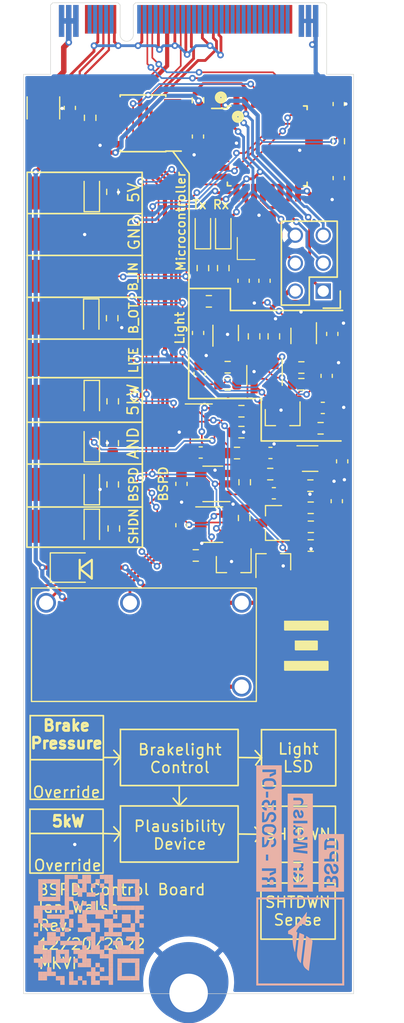
<source format=kicad_pcb>
(kicad_pcb (version 20221018) (generator pcbnew)
  (layers (0 "F.Cu" signal) (31 "B.Cu" signal) (34 "B.Paste" user) (35 "F.Paste" user) (36 "B.SilkS" user "B.Silkscreen") (37 "F.SilkS" user "F.Silkscreen") (38 "B.Mask" user) (39 "F.Mask" user) (44 "Edge.Cuts" user))
  (net 0 "")
  (net 1 "+5V")
  (net 2 "GND")
  (net 3 "Net-(C11-Pad2)")
  (net 4 "Net-(C17-Pad1)")
  (net 5 "Net-(C18-Pad1)")
  (net 6 "Net-(C19-Pad1)")
  (net 7 "Net-(D1-Pad2)")
  (net 8 "Net-(D1-Pad1)")
  (net 9 "Net-(D2-Pad2)")
  (net 10 "Net-(D3-Pad2)")
  (net 11 "/Microcontroller - ATMEGA16M1/5KW_LED")
  (net 12 "Net-(D7-Pad1)")
  (net 13 "/Microcontroller - ATMEGA16M1/BRAKE_LL_LED")
  (net 14 "Net-(D8-Pad1)")
  (net 15 "/Microcontroller - ATMEGA16M1/BSPD_TRIP_LED")
  (net 16 "Net-(D10-Pad2)")
  (net 17 "/Microcontroller - ATMEGA16M1/MISO")
  (net 18 "Net-(D11-Pad1)")
  (net 19 "/Microcontroller - ATMEGA16M1/MOSI")
  (net 20 "Net-(D12-Pad1)")
  (net 21 "/Microcontroller - ATMEGA16M1/SCK")
  (net 22 "/Microcontroller - ATMEGA16M1/RESET")
  (net 25 "/M.2 Connector/CAN_+")
  (net 26 "/M.2 Connector/CAN_-")
  (net 27 "/BrakeLight/BRAKE_PRESS_SENSE")
  (net 28 "/BSPD/MOTOR_CURRENT_SENSE")
  (net 29 "/BrakeLight/BREAKLIGHT_CONN")
  (net 30 "/M.2 Connector/BSPD_SHUTDOWN_SENSE")
  (net 31 "/BSPD/BSPD_RELAY_IN")
  (net 32 "/BSPD/BSPD_RELAY_OUT")
  (net 79 "/BSPD/BRAKELIGHT_LL")
  (net 80 "/BSPD/BSPD_LL")
  (net 81 "Net-(R2-Pad2)")
  (net 82 "Net-(R4-Pad2)")
  (net 83 "Net-(R6-Pad1)")
  (net 84 "Net-(R7-Pad1)")
  (net 85 "Net-(R12-Pad2)")
  (net 86 "Net-(R14-Pad1)")
  (net 87 "Net-(U6-Pad4)")
  (net 89 "/Microcontroller - ATMEGA16M1/CAN_TX")
  (net 90 "/Microcontroller - ATMEGA16M1/CAN_RX")
  (net 103 "Net-(D4-Pad1)")
  (net 104 "Net-(F1-Pad2)")
  (net 105 "Net-(Q3-Pad3)")
  (net 106 "Net-(C9-Pad1)")
  (net 107 "Net-(C3-Pad2)")
  (net 108 "Net-(C4-Pad2)")
  (net 109 "Net-(C7-Pad2)")
  (footprint "footprints:Automotive_M.2_Edge_Connector" (layer "F.Cu") (at 155 30)
    (fp_text reference "J2" hide)
    (fp_text value "M.2_Edge" hide)
    (fp_line (start -12.55 0.2) (end -12.55 6.5) (stroke (width 0.05)) (layer "Edge.Cuts"))
    (fp_line (start -12.55 0.2) (end -12.35 0) (stroke (width 0.05)) (layer "Edge.Cuts"))
    (fp_line (start -12.35 0) (end -6.425 0) (stroke (width 0.05)) (layer "Edge.Cuts"))
    (fp_line (start -6.225 0.2) (end -6.425 0) (stroke (width 0.05)) (layer "Edge.Cuts"))
    (fp_line (start -6.225 2.9) (end -6.225 0.2) (stroke (width 0.05)) (layer "Edge.Cuts"))
    (fp_line (start -5.025 0.2) (end -4.825 0) (stroke (width 0.05)) (layer "Edge.Cuts"))
    (fp_line (start -5.025 2.9) (end -5.025 0.2) (stroke (width 0.05)) (layer "Edge.Cuts"))
    (fp_line (start -4.825 0) (end 12.35 0) (stroke (width 0.05)) (layer "Edge.Cuts"))
    (fp_line (start 12.55 0.2) (end 12.35 0) (stroke (width 0.05)) (layer "Edge.Cuts"))
    (fp_line (start 12.55 0.2) (end 12.55 6.5) (stroke (width 0.05)) (layer "Edge.Cuts"))
    (fp_arc (start -5.025 2.9) (mid -5.625 3.5) (end -6.225 2.9) (stroke (width 0.05)) (layer "Edge.Cuts"))
  )
  (footprint "OEM:C_0603" (layer "F.Cu") (at 161.9 55.25 -90)
    (fp_text reference "C18" hide)
    (fp_text value "C_30pF" hide)
  )
  (footprint "OEM:R_0603" (layer "F.Cu") (at 155.85 38.85 90)
    (fp_text reference "R25" hide)
    (fp_text value "R_10K" hide)
  )
  (footprint "OEM:R_0603" (layer "F.Cu") (at 158.55 63.1 180)
    (fp_text reference "R3" hide)
    (fp_text value "1KR" hide)
  )
  (footprint "OEM:C_0603" (layer "F.Cu") (at 156.1 70.85)
    (fp_text reference "C6" hide)
    (fp_text value "0u1F" hide)
  )
  (footprint "footprints:Relay_SPST_OMRON-G5Q-1A4_OEM" (layer "F.Cu") (at 159.825 84.5 180)
    (fp_text reference "K1" hide)
    (fp_text value "G5Q-1A4-DC5" hide)
  )
  (footprint "OEM:R_0603" (layer "F.Cu") (at 165.25 63.13 180)
    (fp_text reference "R4" hide)
    (fp_text value "R_2.2K" hide)
  )
  (footprint "OEM:C_0603" (layer "F.Cu") (at 168.06 60.08 90)
    (fp_text reference "C2" hide)
    (fp_text value "0u1F" hide)
  )
  (footprint "footprints:DO-214AA" (layer "F.Cu") (at 145.6 81.3)
    (fp_text reference "D2" hide)
    (fp_text value "SMBJ5355B-TP" hide)
  )
  (footprint "OEM:R_0603" (layer "F.Cu") (at 148.2 77.75 -90)
    (fp_text reference "R30" hide)
    (fp_text value "3KR" hide)
  )
  (footprint "OEM:R_0603" (layer "F.Cu") (at 160.95 60.3 -90)
    (fp_text reference "R2" hide)
    (fp_text value "R_10K" hide)
  )
  (footprint "OEM:R_0603" (layer "F.Cu") (at 165.25 64.65)
    (fp_text reference "R7" hide)
    (fp_text value "R_10K" hide)
  )
  (footprint "footprints:Pin_Header_Straight_2x03" (layer "F.Cu") (at 167.24 56.19 180)
    (fp_text reference "J1" hide)
    (fp_text value "CONN_02x03" hide)
  )
  (footprint "OEM:C_0603" (layer "F.Cu") (at 154.35 73.7 90)
    (fp_text reference "C12" hide)
    (fp_text value "0u1F" hide)
  )
  (footprint "OEM:C_0603" (layer "F.Cu") (at 168.47 75.27 -90)
    (fp_text reference "C11" hide)
    (fp_text value "0u1F" hide)
  )
  (footprint "OEM:SOT-23F" (layer "F.Cu") (at 162.75 77.25 180)
    (fp_text reference "Q3" hide)
    (fp_text value "SSM3K333R" hide)
  )
  (footprint "OEM:CHIPLED_0805" (layer "F.Cu") (at 146.2 77.75 -90)
    (fp_text reference "D10" hide)
    (fp_text value "Shutdown_LED" hide)
  )
  (footprint "OEM:R_0603" (layer "F.Cu") (at 156.84 57.12)
    (fp_text reference "R1" hide)
    (fp_text value "R_10K" hide)
  )
  (footprint "footprints:SW_B3U-1000P_4.2x1.7mm" (layer "F.Cu") (at 142.25 99.8)
    (fp_text reference "SW1" hide)
    (fp_text value "SW_Push_SPST_NO" hide)
  )
  (footprint "OEM:R_0603" (layer "F.Cu") (at 162.75 60.3 90)
    (fp_text reference "R5" hide)
    (fp_text value "R_499" hide)
  )
  (footprint "Package_TO_SOT_SMD:SOT-353_SC-70-5" (layer "F.Cu") (at 158.37 59.99 90)
    (fp_text reference "U1" hide)
    (fp_text value "MCP6001T-I-LT")
  )
  (footprint "OEM:R_0603" (layer "F.Cu") (at 146.05 40.45 90)
    (fp_text reference "R29" hide)
    (fp_text value "R_120_DNP" hide)
  )
  (footprint "OEM:M.2_Mount" (layer "F.Cu") (at 155 119.9535 180)
    (fp_text reference "H1" hide)
    (fp_text value "MountingHole_Pad" hide)
  )
  (footprint "footprints:Fuse_1210" (layer "F.Cu") (at 141.8 39.55 90)
    (fp_text reference "F1" hide)
    (fp_text value "F_500mA_16V" hide)
  )
  (footprint "Package_TO_SOT_SMD:SOT-353_SC-70-5" (layer "F.Cu") (at 166.05 71.4)
    (fp_text reference "U5" hide)
    (fp_text value "MCP6001T-I-LT")
  )
  (footprint "OEM:C_0603" (layer "F.Cu") (at 154.35 77.45 90)
    (fp_text reference "C10" hide)
    (fp_text value "0u1F" hide)
  )
  (footprint "Package_TO_SOT_SMD:SOT-353_SC-70-5" (layer "F.Cu") (at 165.46 60.26 -90)
    (fp_text reference "U2" hide)
    (fp_text value "MCP6001T-I-LT")
  )
  (footprint "OEM:CHIPLED_0805" (layer "F.Cu") (at 146.2 66.05 -90)
    (fp_text reference "D7" hide)
    (fp_text value "MOTOR ON" hide)
  )
  (footprint "footprints:TQFP-32_7x7mm_Pitch0.8mm" (layer "F.Cu") (at 162.15 43)
    (fp_text reference "U9" hide)
    (fp_text value "ATMEGA16M1" hide)
  )
  (footprint "footprints:Test_Point_SMD" (layer "F.Cu") (at 142.95 66.2)
    (fp_text reference "TP6" hide)
    (fp_text value "5kW")
  )
  (footprint "footprints:Test_Point_SMD" (layer "F.Cu") (at 142.95 73.75)
    (fp_text reference "TP5" hide)
    (fp_text value "BSPD")
  )
  (footprint "footprints:SW_B3U-1000P_4.2x1.7mm" (layer "F.Cu") (at 145.65 106.65 180)
    (fp_text reference "SW2" hide)
    (fp_text value "SW_Push_SPST_NO" hide)
  )
  (footprint "OEM:SOT-23F" (layer "F.Cu") (at 162.7 80.8 90)
    (fp_text reference "Q2" hide)
    (fp_text value "SSM3K333R" hide)
  )
  (footprint "OEM:R_0603" (layer "F.Cu") (at 156.3 54.1 -90)
    (fp_text reference "R33" hide)
    (fp_text value "1KR" hide)
  )
  (footprint "OEM:C_0603" (layer "F.Cu") (at 144.2 39.55 90)
    (fp_text reference "C13" hide)
    (fp_text value "C_10uF" hide)
  )
  (footprint "OEM:CHIPLED_0805" (layer "F.Cu") (at 156.3 50.6 90)
    (fp_text reference "D11" hide)
    (fp_text value "MISO_PROG_LED" hide)
  )
  (footprint "OEM:R_0603" (layer "F.Cu") (at 148.075 47.175 90)
    (fp_text reference "R19" hide)
    (fp_text value "1KR" hide)
  )
  (footprint "footprints:Test_Point_SMD" (layer "F.Cu") (at 142.9 54.85)
    (fp_text reference "TP1" hide)
    (fp_text value "B_IN")
  )
  (footprint "OEM:R_0603" (layer "F.Cu") (at 160.05 76.8 90)
    (fp_text reference "R18" hide)
    (fp_text value "R_10K" hide)
  )
  (footprint "OEM:R_0603" (layer "F.Cu") (at 168.65 42.575 -90)
    (fp_text reference "R24" hide)
    (fp_text value "R_100" hide)
  )
  (footprint "OEM:Crystal_TXC7M" (layer "F.Cu") (at 161.025 51.325 90)
    (fp_text reference "Y1" hide)
    (fp_text value "Crystal_16MHz_18pF" hide)
  )
  (footprint "footprints:Test_Point_SMD" (layer "F.Cu") (at 142.9 58.65)
    (fp_text reference "TP2" hide)
    (fp_text value "B_OT")
  )
  (footprint "OEM:C_0603" (layer "F.Cu") (at 167.55 63.89 -90)
    (fp_text reference "C4" hide)
    (fp_text value "1uF" hide)
  )
  (footprint "footprints:Test_Point_SMD" (layer "F.Cu") (at 142.925 47.275)
    (fp_text reference "TP8" hide)
    (fp_text value "5V")
  )
  (footprint "OEM:C_0603" (layer "F.Cu") (at 156 63.7 -90)
    (fp_text reference "C3" hide)
    (fp_text value "1uF" hide)
  )
  (footprint "OEM:C_0603" (layer "F.Cu") (at 167.2 66.8)
    (fp_text reference "C5" hide)
    (fp_text value "0u1F" hide)
  )
  (footprint "OEM:R_0603" (layer "F.Cu") (at 166.1 75.87)
    (fp_text reference "R15" hide)
    (fp_text value "R_10K" hide)
  )
  (footprint "OEM:CHIPLED_0805" (layer "F.Cu") (at 146.2 69.95 90)
    (fp_text reference "D1" hide)
    (fp_text value "BSPD_GATE_TRIP" hide)
  )
  (footprint "footprints:SOT-23-5_OEM" (layer "F.Cu") (at 157.2 73.7 180)
    (fp_text reference "U6" hide)
    (fp_text value "SN74LVC1G02DBVR" hide)
  )
  (footprint "OEM:C_0603" (layer "F.Cu") (at 160 55.25 -90)
    (fp_text reference "C19" hide)
    (fp_text value "C_30pF" hide)
  )
  (footprint "OEM:R_0603" (layer "F.Cu") (at 160.1 73.55 -90)
    (fp_text reference "R14" hide)
    (fp_text value "R_10K" hide)
  )
  (footprint "OEM:R_0603" (layer "F.Cu") (at 162.42 72.81)
    (fp_text reference "R12" hide)
    (fp_text value "R_10K" hide)
  )
  (footprint "OEM:R_0603" (layer "F.Cu") (at 159.4 70.9)
    (fp_text reference "R11" hide)
    (fp_text value "R_71.5k" hide)
  )
  (footprint "OEM:C_0603" (layer "F.Cu") (at 168.65 39.2 90)
    (fp_text reference "C20" hide)
    (fp_text value "0u1F" hide)
  )
  (footprint "OEM:SOT-23F" (layer "F.Cu") (at 163.55 67.65 -90)
    (fp_text reference "Q1" hide)
    (fp_text value "SSM3K333R" hide)
  )
  (footprint "footprints:SOT-23-5_OEM" (layer "F.Cu") (at 161.9 63.85 -90)
    (fp_text reference "U3" hide)
    (fp_text value "SN74LVC1G32DBVR" hide)
  )
  (footprint "OEM:R_0603" (layer "F.Cu") (at 159.8 67.1)
    (fp_text reference "R35" hide)
    (fp_text value "100KR" hide)
  )
  (footprint "footprints:Test_Point_SMD" (layer "F.Cu") (at 142.925 51.025)
    (fp_text reference "TP9" hide)
    (fp_text value "GND")
  )
  (footprint "OEM:C_0603" (layer "F.Cu") (at 155.85 42.15 -90)
    (fp_text reference "C16" hide)
    (fp_text value "0u1F" hide)
  )
  (footprint "footprints:Test_Point_SMD" (layer "F.Cu") (at 142.95 77.55)
    (fp_text reference "TP7" hide)
    (fp_text value "SHDN")
  )
  (footprint "OEM:R_0603" (layer "F.Cu") (at 148.05 58.65 -90)
    (fp_text reference "R27" hide)
    (fp_text value "1KR" hide)
  )
  (footprint "footprints:Test_Point_SMD" (layer "F.Cu") (at 142.95 62.4)
    (fp_text reference "TP3" hide)
    (fp_text value "LITE")
  )
  (footprint "OEM:CHIPLED_0805" (layer "F.Cu") (at 146.2 47.225 90)
    (fp_text reference "D4" hide)
    (fp_text value "5V_LED" hide)
  )
  (footprint "OEM:C_0603" (layer "F.Cu") (at 162.75 74.55)
    (fp_text reference "C9" hide)
    (fp_text value "1uF" hide)
  )
  (footprint "OEM:CHIPLED_0805" (layer "F.Cu") (at 146.15 58.65 -90)
    (fp_text reference "D8" hide)
    (fp_text value "BRAKES" hide)
  )
  (footprint "OEM:R_0603" (layer "F.Cu") (at 166.11 77.6 180)
    (fp_text reference "R16" hide)
    (fp_text value "100KR" hide)
  )
  (footprint "footprints:Test_Point_SMD" (layer "F.Cu") (at 142.95 70)
    (fp_text reference "TP4" hide)
    (fp_text value "AND")
  )
  (footprint "OEM:CHIPLED_0805" (layer "F.Cu") (at 146.2 73.85 90)
    (fp_text reference "D3" hide)
    (fp_text value "BSPD_TRIP_LED" hide)
  )
  (footprint "OEM:C_0603" (layer "F.Cu") (at 168.65 45.925 -90)
    (fp_text reference "C17" hide)
    (fp_text value "C_100pF" hide)
  )
  (footprint "OEM:R_0603" (layer "F.Cu") (at 155.65 80.2 180)
    (fp_text reference "R32" hide)
    (fp_text value "R_10K" hide)
  )
  (footprint "OEM:SOT-23F" (layer "F.Cu") (at 159.1 81 -90)
    (fp_text reference "Q4" hide)
    (fp_text value "SSM3K333R" hide)
  )
  (footprint "OEM:R_0603" (layer "F.Cu") (at 148.1 70 -90)
    (fp_text reference "R10" hide)
    (fp_text value "1KR" hide)
  )
  (footprint "OEM:C_0603" (layer "F.Cu") (at 168.96 71.65 90)
    (fp_text reference "C8" hide)
    (fp_text value "0u1F" hide)
  )
  (footprint "OEM:CHIPLED_0805" (layer "F.Cu") (at 158.15 50.6 90)
    (fp_text reference "D12" hide)
    (fp_text value "MOSI_PROG_LED" hide)
  )
  (footprint "footprints:SOIC-8_3.9x4.9mm_Pitch1.27mm_OEM" (layer "F.Cu") (at 150.85 40.95 180)
    (fp_text reference "U10" hide)
    (fp_text value "MAX33011EASA" hide)
  )
  (footprint "OEM:R_0603" (layer "F.Cu") (at 166.07 73.86)
    (fp_text reference "R13" hide)
    (fp_text value "R_10K" hide)
  )
  (footprint "OEM:R_0603" (layer "F.Cu") (at 158.55 64.65 180)
    (fp_text reference "R6" hide)
    (fp_text value "R_10K" hide)
  )
  (footprint "OEM:R_0603" (layer "F.Cu") (at 166.1 79.3)
    (fp_text reference "R31" hide)
    (fp_text value "100KR" hide)
  )
  (footprint "OEM:C_0603" (layer "F.Cu") (at 162.44 70.89 180)
    (fp_text reference "C7" hide)
    (fp_text value "C_10uF" hide)
  )
  (footprint "OEM:R_0603" (layer "F.Cu") (at 158.15 54.1 -90)
    (fp_text reference "R34" hide)
    (fp_text value "1KR" hide)
  )
  (footprint "footprints:SOT-23-5_OEM" (layer "F.Cu") (at 157.2 77.4)
    (fp_text reference "U7" hide)
    (fp_text value "SN74LVC1G02DBVR" hide)
  )
  (footprint "OEM:R_0603" (layer "F.Cu") (at 148.1 66.2 -90)
    (fp_text reference "R26" hide)
    (fp_text value "1KR" hide)
  )
  (footprint "footprints:SOT-23-5_OEM" (layer "F.Cu") (at 156.25 68.05)
    (fp_text reference "U4" hide)
    (fp_text value "SN74LVC1G08DBVR" hide)
  )
  (footprint "OEM:R_0603" (layer "F.Cu") (at 159.8 69 180)
    (fp_text reference "R9" hide)
    (fp_text value "100KR" hide)
  )
  (footprint "OEM:C_0603" (layer "F.Cu") (at 155.86 59.99 -90)
    (fp_text reference "C1" hide)
    (fp_text value "0u1F" hide)
  )
  (footprint "OEM:R_0603" (layer "F.Cu") (at 148.1 73.75 90)
    (fp_text reference "R17" hide)
    (fp_text value "1KR" hide)
  )
  (footprint "OEM:R_0603" (layer "F.Cu") (at 167 68.65)
    (fp_text reference "R8" hide)
    (fp_text value "R_10K" hide)
  )
  (footprint "OEM:QR_6_BSPD_1" (layer "B.Cu") (at 145.93 114.2 180)
    (fp_text reference "QR*****")
    (fp_text value "hw.oem.to/6_BSPD_1")
  )
  (footprint "kibuzzard-63D83579" (layer "B.Cu") (at 167.969401 108.118393 90)
    (fp_text reference "kibuzzard-63D83579" hide)
    (fp_text value "G***" hide)
  )
  (footprint "kibuzzard-63BF4696" (layer "B.Cu") (at 162.305201 104.9984 90)
    (fp_text reference "kibuzzard-63BF4696" hide)
    (fp_text value "G***" hide)
  )
  (footprint "kibuzzard-63D83586" (layer "B.Cu") (at 165.150001 106.281814 90)
    (fp_text reference "kibuzzard-63D83586" hide)
    (fp_text value "G***" hide)
  )
  (footprint "OEM:OEM_Logo_8mm" (layer "B.Cu") (at 165.15 115.26 90)
    (fp_text reference "REF**" hide)
    (fp_text value "OEM_Logo_8mm")
  )
  (gr_rect (start 161.625 96.025) (end 168.375 101.125) (stroke (width 0.15)) (fill none) (layer "F.SilkS"))
  (gr_rect (start 163.75 89.85) (end 167.65 90.6) (stroke (width 0.15)) (fill solid) (layer "F.SilkS"))
  (gr_line (start 169 57.95) (end 158.8 57.95) (stroke (width 0.15)) (layer "F.SilkS"))
  (gr_rect (start 148.8 102.95) (end 159.5 108.05) (stroke (width 0.15)) (fill none) (layer "F.SilkS"))
  (gr_line (start 155.025 55.95) (end 155 65.95) (stroke (width 0.15)) (layer "F.SilkS"))
  (gr_line (start 155.05 45.5) (end 153.55 43.475) (stroke (width 0.15)) (layer "F.SilkS"))
  (gr_line (start 150.775 45.4) (end 150.8 79.45) (stroke (width 0.15)) (layer "F.SilkS"))
  (gr_line (start 150.8 64.05) (end 140.3 64.05) (stroke (width 0.15)) (layer "F.SilkS"))
  (gr_line (start 140.325 45.4) (end 150.775 45.4) (stroke (width 0.15)) (layer "F.SilkS"))
  (gr_line (start 154.15 102.9) (end 153.6 102.25) (stroke (width 0.15)) (layer "F.SilkS"))
  (gr_line (start 159.5 98.55) (end 161.65 98.575) (stroke (width 0.15)) (layer "F.SilkS"))
  (gr_line (start 148.8 105.5) (end 148.2 104.85) (stroke (width 0.15)) (layer "F.SilkS"))
  (gr_line (start 155.025 55.95) (end 155.05 45.5) (stroke (width 0.15)) (layer "F.SilkS"))
  (gr_rect (start 148.8 96) (end 159.5 101.1) (stroke (width 0.15)) (fill none) (layer "F.SilkS"))
  (gr_rect (start 140.6 94.75) (end 147.25 98.75) (stroke (width 0.15)) (fill none) (layer "F.SilkS"))
  (gr_line (start 161.55 98.625) (end 161.1 99.225) (stroke (width 0.15)) (layer "F.SilkS"))
  (gr_line (start 150.8 71.9) (end 140.3 71.9) (stroke (width 0.15)) (layer "F.SilkS"))
  (gr_line (start 158.8 55.95) (end 155.025 55.95) (stroke (width 0.15)) (layer "F.SilkS"))
  (gr_line (start 150.8 75.8) (end 140.3 75.8) (stroke (width 0.15)) (layer "F.SilkS"))
  (gr_line (start 161.65 98.575) (end 161.05 97.925) (stroke (width 0.15)) (layer "F.SilkS"))
  (gr_line (start 154.15 101.1) (end 154.15 102.95) (stroke (width 0.15)) (layer "F.SilkS"))
  (gr_line (start 147.225 105.45) (end 148.8 105.5) (stroke (width 0.15)) (layer "F.SilkS"))
  (gr_line (start 159.5 105.5) (end 161.625 105.525) (stroke (width 0.15)) (layer "F.SilkS"))
  (gr_rect (start 161.6 102.975) (end 168.35 108.075) (stroke (width 0.15)) (fill none) (layer "F.SilkS"))
  (gr_line (start 158.8 57.95) (end 158.8 55.95) (stroke (width 0.15)) (layer "F.SilkS"))
  (gr_rect (start 140.6 98.75) (end 147.25 102.35) (stroke (width 0.15)) (fill none) (layer "F.SilkS"))
  (gr_line (start 148.7 105.55) (end 148.25 106.15) (stroke (width 0.15)) (layer "F.SilkS"))
  (gr_line (start 164.95 108.1) (end 164.95 109.95) (stroke (width 0.15)) (layer "F.SilkS"))
  (gr_line (start 150.8 79.45) (end 140.3 79.45) (stroke (width 0.15)) (layer "F.SilkS"))
  (gr_rect (start 140.575 103.25) (end 147.225 105.45) (stroke (width 0.15)) (fill none) (layer "F.SilkS"))
  (gr_line (start 140.3 79.45) (end 140.325 45.4) (stroke (width 0.15)) (layer "F.SilkS"))
  (gr_line (start 150.8 68.1) (end 140.3 68.1) (stroke (width 0.15)) (layer "F.SilkS"))
  (gr_rect (start 161.575 109.95) (end 168.325 115.05) (stroke (width 0.15)) (fill none) (layer "F.SilkS"))
  (gr_rect (start 140.575 105.45) (end 147.225 109.05) (stroke (width 0.15)) (fill none) (layer "F.SilkS"))
  (gr_line (start 164.95 109.9) (end 164.4 109.25) (stroke (width 0.15)) (layer "F.SilkS"))
  (gr_line (start 147.3 98.55) (end 148.8 98.55) (stroke (width 0.15)) (layer "F.SilkS"))
  (gr_line (start 155 65.95) (end 161.6 65.95) (stroke (width 0.15)) (layer "F.SilkS"))
  (gr_line (start 150.8 52.95) (end 140.3 52.95) (stroke (width 0.15)) (layer "F.SilkS"))
  (gr_line (start 148.7 98.6) (end 148.25 99.2) (stroke (width 0.15)) (layer "F.SilkS"))
  (gr_line (start 148.8 98.55) (end 148.2 97.9) (stroke (width 0.15)) (layer "F.SilkS"))
  (gr_rect (start 163.75 86.2) (end 167.65 86.95) (stroke (width 0.15)) (fill solid) (layer "F.SilkS"))
  (gr_line (start 164.95 109.95) (end 165.6 109.25) (stroke (width 0.15)) (layer "F.SilkS"))
  (gr_line (start 161.6 65.95) (end 161.6 69.8) (stroke (width 0.15)) (layer "F.SilkS"))
  (gr_line (start 154.15 102.95) (end 154.8 102.25) (stroke (width 0.15)) (layer "F.SilkS"))
  (gr_rect (start 164.725 88) (end 166.675 88.75) (stroke (width 0.15)) (fill solid) (layer "F.SilkS"))
  (gr_line (start 140.35 49.15) (end 150.75 49.15) (stroke (width 0.15)) (layer "F.SilkS"))
  (gr_line (start 150.8 56.75) (end 140.3 56.75) (stroke (width 0.15)) (layer "F.SilkS"))
  (gr_line (start 161.525 105.575) (end 161.075 106.175) (stroke (width 0.15)) (layer "F.SilkS"))
  (gr_line (start 150.8 60.55) (end 140.3 60.55) (stroke (width 0.15)) (layer "F.SilkS"))
  (gr_line (start 161.6 69.8) (end 168.85 69.8) (stroke (width 0.15)) (layer "F.SilkS"))
  (gr_line (start 161.625 105.525) (end 161.025 104.875) (stroke (width 0.15)) (layer "F.SilkS"))
  (gr_line (start 142.45 36.5) (end 140 36.5) (stroke (width 0.05)) (layer "Edge.Cuts"))
  (gr_line (start 140 120) (end 140 36.5) (stroke (width 0.05)) (layer "Edge.Cuts"))
  (gr_line (start 170 120) (end 140 120) (stroke (width 0.05)) (layer "Edge.Cuts"))
  (gr_line (start 170 36.5) (end 170 120) (stroke (width 0.05)) (layer "Edge.Cuts"))
  (gr_line (start 170 36.5) (end 167.55 36.5) (stroke (width 0.05)) (layer "Edge.Cuts"))
  (gr_text "Ian Walsh" (at 145 112.15) (layer "F.SilkS") (effects (font (size 1 1))))
  (gr_text "12/20/2022" (at 146.2 115.5) (layer "F.SilkS") (effects (font (size 1 1))))
  (gr_text "Brakelight\nControl" (at 154.2 98.65) (layer "F.SilkS") (effects (font (size 1 1))))
  (gr_text "Tx Rx" (at 157.01 48.34) (layer "F.SilkS") (effects (font (size 0.8 0.8))))
  (gr_text "Rev. 1" (at 143.75 113.8) (layer "F.SilkS") (effects (font (size 1 1))))
  (gr_text "SHTDWN\nSense" (at 164.925 112.5) (layer "F.SilkS") (effects (font (size 1 1))))
  (gr_text "BSPD" (at 152.7 73.7 90) (layer "F.SilkS") (effects (font (size 0.8 0.8))))
  (gr_text "MKVI" (at 143.1 117.25) (layer "F.SilkS") (effects (font (size 1 1))))
  (gr_text "SHTDWN" (at 164.95 105.525) (layer "F.SilkS") (effects (font (size 1 1))))
  (gr_text "Override" (at 143.9 101.7) (layer "F.SilkS") (effects (font (size 1 1))))
  (gr_text "Brake\nPressure" (at 143.9 96.45) (layer "F.SilkS") (effects (font (size 1 1) (thickness 0.25))))
  (gr_text "Light" (at 154.2 59.55 90) (layer "F.SilkS") (effects (font (size 0.8 0.8))))
  (gr_text "Override" (at 144 108.35) (layer "F.SilkS") (effects (font (size 1 1))))
  (gr_text "Light\nLSD" (at 164.975 98.575) (layer "F.SilkS") (effects (font (size 1 1))))
  (gr_text "5kW" (at 144.05 104.35) (layer "F.SilkS") (effects (font (size 1 1) (thickness 0.25))))
  (gr_text "BSPD Control Board" (at 148.9 110.55) (layer "F.SilkS") (effects (font (size 1 1))))
  (gr_text "Plausibility\nDevice" (at 154.2 105.6) (layer "F.SilkS") (effects (font (size 1 1))))
  (gr_text "Microcontroller" (at 154.3 49.85 90) (layer "F.SilkS") (effects (font (size 0.8 0.8))))
  (segment (start 160.35 66) (end 160.35 65.6) (width 0.1524) (layer "F.Cu") (net 1))
  (segment (start 157.1108 42.6) (end 157.9 42.6) (width 0.381) (layer "F.Cu") (net 1))
  (segment (start 156.2225 58.8525) (end 155.86 59.215) (width 0.1524) (layer "F.Cu") (net 1))
  (segment (start 166.075 61.3975) (end 167.5175 61.3975) (width 0.1524) (layer "F.Cu") (net 1))
  (segment (start 167.5986 74.7386) (end 166.6814 74.7386) (width 0.1524) (layer "F.Cu") (net 1))
  (segment (start 153.55 40.315) (end 154.115 40.315) (width 0.381) (layer "F.Cu") (net 1))
  (segment (start 163.59 65.89) (end 162.85 65.15) (width 0.1524) (layer "F.Cu") (net 1))
  (segment (start 157.6 71.95) (end 157.325 71.675) (width 0.1524) (layer "F.Cu") (net 1))
  (segment (start 156.1 74.45) (end 156.1 74.65) (width 0.1524) (layer "F.Cu") (net 1))
  (segment (start 160.95 59.475) (end 160.6838 59.7412) (width 0.1524) (layer "F.Cu") (net 1))
  (segment (start 168.178518 42.573382) (end 168.65 42.1019) (width 0.1524) (layer "F.Cu") (net 1))
  (segment (start 167.65 61.1) (end 166.94 60.39) (width 0.1524) (layer "F.Cu") (net 1))
  (segment (start 155.04 77.41) (end 154.35 76.72) (width 0.1524) (layer "F.Cu") (net 1))
  (segment (start 167 77.4) (end 165.15 75.55) (width 0.1524) (layer "F.Cu") (net 1))
  (segment (start 165.3 65.1072) (end 165.3 63.905) (width 0.1524) (layer "F.Cu") (net 1))
  (segment (start 155.1 71.95) (end 156 71.95) (width 0.1524) (layer "F.Cu") (net 1))
  (segment (start 145.075 47.275) (end 146.225 46.125) (width 0.381) (layer "F.Cu") (net 1))
  (segment (start 157.1 70.85) (end 156.2 69.95) (width 0.1524) (layer "F.Cu") (net 1))
  (segment (start 166.075 63.13) (end 166.075 61.3975) (width 0.1524) (layer "F.Cu") (net 1))
  (segment (start 160.35 64.3) (end 160.5 64.15) (width 0.1524) (layer "F.Cu") (net 1))
  (segment (start 157.05 66.8) (end 157.35 67.1) (width 0.1524) (layer "F.Cu") (net 1))
  (segment (start 162.85 65.15) (end 162.85 64.95) (width 0.1524) (layer "F.Cu") (net 1))
  (segment (start 157.3 76.6337) (end 157.4837 76.45) (width 0.1524) (layer "F.Cu") (net 1))
  (segment (start 167.5986 73.330452) (end 167.5986 74.7386) (width 0.1524) (layer "F.Cu") (net 1))
  (segment (start 161.7 72.75) (end 160.9 71.95) (width 0.1524) (layer "F.Cu") (net 1))
  (segment (start 165.15 65.75) (end 164.6572 65.75) (width 0.1524) (layer "F.Cu") (net 1))
  (segment (start 155.9 39.65) (end 155.85 39.7) (width 0.381) (layer "F.Cu") (net 1))
  (segment (start 158.1325 58.8525) (end 156.2225 58.8525) (width 0.1524) (layer "F.Cu") (net 1))
  (segment (start 153.4056 73.6444) (end 154.35 72.7) (width 0.1524) (layer "F.Cu") (net 1))
  (segment (start 141.8 41) (end 141.8 44.8) (width 0.381) (layer "F.Cu") (net 1))
  (segment (start 164.6572 65.75) (end 164.5172 65.89) (width 0.1524) (layer "F.Cu") (net 1))
  (segment (start 141.7 81.3) (end 143.568 81.3) (width 0.381) (layer "F.Cu") (net 1))
  (segment (start 148.2 92.5) (end 148.58 92.12) (width 0.381) (layer "F.Cu") (net 1))
  (segment (start 168.55 49.9) (end 165.75 47.1) (width 0.381) (layer "F.Cu") (net 1))
  (segment (start 168.1064 72.822652) (end 167.5986 73.330452) (width 0.1524) (layer "F.Cu") (net 1))
  (segment (start 155.85 39.7) (end 155.85 41.15) (width 0.381) (layer "F.Cu") (net 1))
  (segment (start 167 70.75) (end 167 67.6) (width 0.1524) (layer "F.Cu") (net 1))
  (segment (start 144.2 41.2358) (end 144.2 40.55) (width 0.381) (layer "F.Cu") (net 1))
  (segment (start 158.8712 59.5912) (end 158.5938 59.5912) (width 0.1524) (layer "F.Cu") (net 1))
  (segment (start 156.15 59.1) (end 156.15 57.65) (width 0.1524) (layer "F.Cu") (net 1))
  (segment (start 155.9 38.9) (end 155.9 39.65) (width 0.381) (layer "F.Cu") (net 1))
  (segment (start 155.65 40.95) (end 154.75 40.95) (width 0.381) (layer "F.Cu") (net 1))
  (segment (start 165.485666 57.175) (end 165.710666 57.4) (width 0.381) (layer "F.Cu") (net 1))
  (segment (start 160.5 64.15) (end 162.05 64.15) (width 0.1524) (layer "F.Cu") (net 1))
  (segment (start 165.55 75.87) (end 165.15 75.87) (width 0.1524) (layer "F.Cu") (net 1))
  (segment (start 167.5175 61.3975) (end 168.06 60.855) (width 0.1524) (layer "F.Cu") (net 1))
  (segment (start 155.85 41.3392) (end 157.1108 42.6) (width 0.381) (layer "F.Cu") (net 1))
  (segment (start 156.2 69.95) (end 156.2 68.95) (width 0.1524) (layer "F.Cu") (net 1))
  (segment (start 167 67.6) (end 165.15 65.75) (width 0.1524) (layer "F.Cu") (net 1))
  (segment (start 157.1 71.45) (end 157.1 70.85) (width 0.1524) (layer "F.Cu") (net 1))
  (segment (start 160.75 66.4) (end 160.75 67.1) (width 0.1524) (layer "F.Cu") (net 1))
  (segment (start 158.5938 59.5912) (end 158.5938 59.3138) (width 0.1524) (layer "F.Cu") (net 1))
  (segment (start 165.3 63.905) (end 166.075 63.13) (width 0.1524) (layer "F.Cu") (net 1))
  (segment (start 164.7 56.19) (end 164.11 56.19) (width 0.381) (layer "F.Cu") (net 1))
  (segment (start 160.9 71.95) (end 157.6 71.95) (width 0.1524) (layer "F.Cu") (net 1))
  (segment (start 156.45 66.8) (end 157.05 66.8) (width 0.1524) (layer "F.Cu") (net 1))
  (segment (start 158.5938 59.3138) (end 158.1325 58.8525) (width 0.1524) (layer "F.Cu") (net 1))
  (segment (start 142.925 47.275) (end 145.075 47.275) (width 0.381) (layer "F.Cu") (net 1))
  (segment (start 163.125 57.175) (end 160.95 59.35) (width 0.381) (layer "F.Cu") (net 1))
  (segment (start 164.5172 65.89) (end 163.59 65.89) (width 0.1524) (layer "F.Cu") (net 1))
  (segment (start 157.086702 78.5) (end 157.086702 79.713298) (width 0.1524) (layer "F.Cu") (net 1))
  (segment (start 148.58 89.003461) (end 148.58 92.12) (width 0.381) (layer "F.Cu") (net 1))
  (segment (start 165.710666 57.4) (end 166.65 57.4) (width 0.381) (layer "F.Cu") (net 1))
  (segment (start 163.125 57.175) (end 165.485666 57.175) (width 0.381) (layer "F.Cu") (net 1))
  (segment (start 156.3 39.3) (end 155.9 38.9) (width 0.381) (layer "F.Cu") (net 1))
  (segment (start 143.75 41) (end 144.2 40.55) (width 0.381) (layer "F.Cu") (net 1))
  (segment (start 166.94 57.69) (end 166.65 57.4) (width 0.1524) (layer "F.Cu") (net 1))
  (segment (start 168.96 70.875) (end 167.125 70.875) (width 0.1524) (layer "F.Cu") (net 1))
  (segment (start 141.65 44.8) (end 141.8 44.8) (width 0.381) (layer "F.Cu") (net 1))
  (segment (start 166.65 57.4) (end 168.1 57.4) (width 0.381) (layer "F.Cu") (net 1))
  (segment (start 154.35 76.45) (end 153.4056 75.5056) (width 0.1524) (layer "F.Cu") (net 1))
  (segment (start 157.325 71.675) (end 157.1 71.45) (width 0.1524) (layer "F.Cu") (net 1))
  (segment (start 164.11 56.19) (end 163.125 57.175) (width 0.381) (layer "F.Cu") (net 1))
  (segment (start 156.15 57.65) (end 155.9 57.4) (width 0.1524) (layer "F.Cu") (net 1))
  (segment (start 148.35 43.611702) (end 146.575902 43.611702) (width 0.381) (layer "F.Cu") (net 1))
  (segment (start 148.58 92.12) (end 159.825 92.12) (width 0.381) (layer "F.Cu") (net 1))
  (segment (start 157.35 67.1) (end 158.85 65.6) (width 0.1524) (layer "F.Cu") (net 1))
  (segment (start 156 71.95) (end 157.1 70.85) (width 0.1524) (layer "F.Cu") (net 1))
  (segment (start 168.1064 71.5036) (end 168.1064 72.822652) (width 0.1524) (layer "F.Cu") (net 1))
  (segment (start 155.85 41.15) (end 155.65 40.95) (width 0.381) (layer "F.Cu") (net 1))
  (segment (start 142.25 98.45) (end 142.25 99.8) (width 0.381) (layer "F.Cu") (net 1))
  (segment (start 167.125 70.875) (end 167 70.75) (width 0.1524) (layer "F.Cu") (net 1))
  (segment (start 146.575902 43.611702) (end 144.2 41.2358) (width 0.381) (layer "F.Cu") (net 1))
  (segment (start 168.65 42.1019) (end 168.65 40.2) (width 0.1524) (layer "F.Cu") (net 1))
  (segment (start 164.6572 65.75) (end 165.3 65.1072) (width 0.1524) (layer "F.Cu") (net 1))
  (segment (start 158.85 65.6) (end 160.35 65.6) (width 0.1524) (layer "F.Cu") (net 1))
  (segment (start 154.115 40.315) (end 154.75 40.95) (width 0.381) (layer "F.Cu") (net 1))
  (segment (start 141.1 45.35) (end 141.65 44.8) (width 0.381) (layer "F.Cu") (net 1))
  (segment (start 141.8 46.15) (end 142.925 47.275) (width 0.381) (layer "F.Cu") (net 1))
  (segment (start 157.086702 79.713298) (end 156.6 80.2) (width 0.1524) (layer "F.Cu") (net 1))
  (segment (start 148.2 92.5) (end 142.25 98.45) (width 0.381) (layer "F.Cu") (net 1))
  (segment (start 154.35 72.7) (end 156.1 74.45) (width 0.1524) (layer "F.Cu") (net 1))
  (segment (start 168.1 57.4) (end 168.55 56.95) (width 0.381) (layer "F.Cu") (net 1))
  (segment (start 160.35 65.6) (end 160.35 64.3) (width 0.1524) (layer "F.Cu") (net 1))
  (segment (start 159.0212 59.7412) (end 158.8712 59.5912) (width 0.1524) (layer "F.Cu") (net 1))
  (segment (start 154.35 72.7) (end 155.1 71.95) (width 0.1524) (layer "F.Cu") (net 1))
  (segment (start 143.510239 83.9337) (end 148.58 89.003461) (width 0.381) (layer "F.Cu") (net 1))
  (segment (start 153.4056 75.5056) (end 153.4056 73.6444) (width 0.1524) (layer "F.Cu") (net 1))
  (segment (start 166.94 60.39) (end 166.94 57.69) (width 0.1524) (layer "F.Cu") (net 1))
  (segment (start 168.96 70.65) (end 168.1064 71.5036) (width 0.1524) (layer "F.Cu") (net 1))
  (segment (start 157.4837 76.45) (end 158.3 76.45) (width 0.1524) (layer "F.Cu") (net 1))
  (segment (start 158.35 39.3) (end 156.3 39.3) (width 0.381) (layer "F.Cu") (net 1))
  (segment (start 155.85 41.15) (end 155.85 41.3392) (width 0.381) (layer "F.Cu") (net 1))
  (segment (start 154.35 76.72) (end 154.35 76.45) (width 0.1524) (layer "F.Cu") (net 1))
  (segment (start 141.8 41) (end 143.75 41) (width 0.381) (layer "F.Cu") (net 1))
  (segment (start 168.55 56.95) (end 168.55 49.9) (width 0.381) (layer "F.Cu") (net 1))
  (segment (start 162.05 64.15) (end 162.85 64.95) (width 0.1524) (layer "F.Cu") (net 1))
  (segment (start 160.6838 59.7412) (end 159.0212 59.7412) (width 0.1524) (layer "F.Cu") (net 1))
  (segment (start 141.8 44.8) (end 141.8 46.15) (width 0.381) (layer "F.Cu") (net 1))
  (segment (start 166.6814 74.7386) (end 165.55 75.87) (width 0.1524) (layer "F.Cu") (net 1))
  (segment (start 160.35 66) (end 160.75 66.4) (width 0.1524) (layer "F.Cu") (net 1))
  (via (at 155.04 77.41) (size 0.6096) (drill 0.3048) (layers "F.Cu" "B.Cu") (net 1))
  (via (at 165.75 47.1) (size 0.6096) (drill 0.3048) (layers "F.Cu" "B.Cu") (net 1))
  (via (at 157.086702 78.5) (size 0.6096) (drill 0.3048) (layers "F.Cu" "B.Cu") (net 1))
  (via (at 141.7 81.3) (size 0.6096) (drill 0.3048) (layers "F.Cu" "B.Cu") (net 1))
  (via (at 156.2 68.95) (size 0.6096) (drill 0.3048) (layers "F.Cu" "B.Cu") (net 1))
  (via (at 158.35 39.3) (size 0.6096) (drill 0.3048) (layers "F.Cu" "B.Cu") (net 1))
  (via (at 141.1 45.35) (size 0.6096) (drill 0.3048) (layers "F.Cu" "B.Cu") (net 1))
  (via (at 155.9 38.9) (size 0.6096) (drill 0.3048) (layers "F.Cu" "B.Cu") (net 1))
  (via (at 156.45 66.8) (size 0.6096) (drill 0.3048) (layers "F.Cu" "B.Cu") (net 1))
  (via (at 148.35 43.611702) (size 0.6096) (drill 0.3048) (layers "F.Cu" "B.Cu") (net 1))
  (via (at 157.3 76.6337) (size 0.6096) (drill 0.3048) (layers "F.Cu" "B.Cu") (net 1))
  (via (at 168.178518 42.573382) (size 0.6096) (drill 0.3048) (layers "F.Cu" "B.Cu") (net 1))
  (via (at 143.510239 83.9337) (size 0.6096) (drill 0.3048) (layers "F.Cu" "B.Cu") (net 1))
  (segment (start 158.75 38.9) (end 159.95 38.9) (width 0.381) (layer "B.Cu") (net 1))
  (segment (start 141.7 82.123461) (end 143.510239 83.9337) (width 0.381) (layer "B.Cu") (net 1))
  (segment (start 161.2827 43.618162) (end 164.832269 47.167731) (width 0.381) (layer "B.Cu") (net 1))
  (segment (start 156.85 77.0837) (end 156.85 77.4) (width 0.1524) (layer "B.Cu") (net 1))
  (segment (start 155.45 38.45) (end 155.9 38.9) (width 0.381) (layer "B.Cu") (net 1))
  (segment (start 155.04 77.41) (end 155.05 77.4) (width 0.1524) (layer "B.Cu") (net 1))
  (segment (start 141.1 80.7) (end 141.7 81.3) (width 0.381) (layer "B.Cu") (net 1))
  (segment (start 158.35 39.3) (end 158.75 38.9) (width 0.381) (layer "B.Cu") (net 1))
  (segment (start 152.75 38.45) (end 155.45 38.45) (width 0.381) (layer "B.Cu") (net 1))
  (segment (start 156.2 67.05) (end 156.2 68.95) (width 0.1524) (layer "B.Cu") (net 1))
  (segment (start 148.35 43.611702) (end 148.9 43.061702) (width 0.381) (layer "B.Cu") (net 1))
  (segment (start 148.9 42.3) (end 152.75 38.45) (width 0.381) (layer "B.Cu") (net 1))
  (segment (start 165.75 47.1) (end 165.682269 47.167731) (width 0.381) (layer "B.Cu") (net 1))
  (segment (start 161.2827 40.2327) (end 161.2827 42.1827) (width 0.381) (layer "B.Cu") (net 1))
  (segment (start 161.2827 42.1827) (end 161.2827 43.618162) (width 0.381) (layer "B.Cu") (net 1))
  (segment (start 141.7 81.3) (end 141.7 82.123461) (width 0.381) (layer "B.Cu") (net 1))
  (segment (start 161.75 42.65) (end 161.2827 42.1827) (width 0.1524) (layer "B.Cu") (net 1))
  (segment (start 156.85 77.4) (end 156.85 78.263298) (width 0.1524) (layer "B.Cu") (net 1))
  (segment (start 156.85 78.263298) (end 157.086702 78.5) (width 0.1524) (layer "B.Cu") (net 1))
  (segment (start 159.95 38.9) (end 161.2827 40.2327) (width 0.381) (layer "B.Cu") (net 1))
  (segment (start 156.45 66.8) (end 156.2 67.05) (width 0.1524) (layer "B.Cu") (net 1))
  (segment (start 165.682269 47.167731) (end 164.832269 47.167731) (width 0.381) (layer "B.Cu") (net 1))
  (segment (start 157.3 76.6337) (end 156.85 77.0837) (width 0.1524) (layer "B.Cu") (net 1))
  (segment (start 148.9 43.061702) (end 148.9 42.3) (width 0.381) (layer "B.Cu") (net 1))
  (segment (start 155.05 77.4) (end 156.85 77.4) (width 0.1524) (layer "B.Cu") (net 1))
  (segment (start 168.1019 42.65) (end 161.75 42.65) (width 0.1524) (layer "B.Cu") (net 1))
  (segment (start 141.1 45.35) (end 141.1 80.7) (width 0.381) (layer "B.Cu") (net 1))
  (segment (start 168.178518 42.573382) (end 168.1019 42.65) (width 0.1524) (layer "B.Cu") (net 1))
  (segment (start 169.16 73.32) (end 169.16 72.625) (width 0.1524) (layer "F.Cu") (net 2))
  (segment (start 168.22 73.46) (end 168.22 74.245) (width 0.1524) (layer "F.Cu") (net 2))
  (segment (start 159.35 75.85) (end 159.04 75.54) (width 0.1524) (layer "F.Cu") (net 2))
  (segment (start 147.045 42.855) (end 148.15 42.855) (width 0.1524) (layer "F.Cu") (net 2))
  (segment (start 156.3 55.05) (end 158.15 55.05) (width 0.1524) (layer "F.Cu") (net 2))
  (segment (start 158.8 55.05) (end 160 56.25) (width 0.1524) (layer "F.Cu") (net 2))
  (segment (start 163.65 81.85) (end 163.65 81.2) (width 0.1524) (layer "F.Cu") (net 2))
  (segment (start 158.54 60.12) (end 158.55 60.13) (width 0.1524) (layer "F.Cu") (net 2))
  (segment (start 156.1 78.35) (end 156.1 79.003472) (width 0.1524) (layer "F.Cu") (net 2))
  (segment (start 162.85 59.35) (end 162.85 58.75) (width 0.1524) (layer "F.Cu") (net 2))
  (segment (start 147.61 69.98) (end 148.1 69.49) (width 0.1524) (layer "F.Cu") (net 2))
  (segment (start 146.2 74.85) (end 146.2 76.45) (width 0.1524) (layer "F.Cu") (net 2))
  (segment (start 152.35 34.25) (end 152.25 34.15) (width 0.254) (layer "F.Cu") (net 2))
  (segment (start 148.83 59.6) (end 148.05 59.6) (width 0.1524) (layer "F.Cu") (net 2))
  (segment (start 169.05 66.8) (end 169.1 66.75) (width 0.1524) (layer "F.Cu") (net 2))
  (segment (start 154.285 41.585) (end 155 42.3) (width 0.381) (layer "F.Cu") (net 2))
  (segment (start 146.3 74.85) (end 146.2 74.85) (width 0.1524) (layer "F.Cu") (net 2))
  (segment (start 154.35 74.7) (end 154.35 75.35) (width 0.1524) (layer "F.Cu") (net 2))
  (segment (start 163.9 71.4) (end 164.9125 71.4) (width 0.1524) (layer "F.Cu") (net 2))
  (segment (start 163 66.6) (end 163.4 67) (width 0.381) (layer "F.Cu") (net 2))
  (segment (start 162.05 75.85) (end 160.05 75.85) (width 0.1524) (layer "F.Cu") (net 2))
  (segment (start 158.15 80) (end 158.9 80.75) (width 0.1524) (layer "F.Cu") (net 2))
  (segment (start 156.25 33.2) (end 156.25 31.5) (width 0.254) (layer "F.Cu") (net 2))
  (segment (start 154.35 78.45) (end 156 78.45) (width 0.1524) (layer "F.Cu") (net 2))
  (segment (start 158.55 60.13) (end 158.55 61.2) (width 0.1524) (layer "F.Cu") (net 2))
  (segment (start 146.95 74.2) (end 146.3 74.85) (width 0.1524) (layer "F.Cu") (net 2))
  (segment (start 148.623269 47.202857) (end 148.075 46.654588) (width 0.5) (layer "F.Cu") (net 2))
  (segment (start 160.225 52.125) (end 161.825 50.525) (width 0.254) (layer "F.Cu") (net 2))
  (segment (start 162.675 75.225) (end 162.05 75.85) (width 0.1524) (layer "F.Cu") (net 2))
  (segment (start 162.77 70.07) (end 163.6 70.9) (width 0.1524) (layer "F.Cu") (net 2))
  (segment (start 148.92 59.51) (end 148.83 59.6) (width 0.1524) (layer "F.Cu") (net 2))
  (segment (start 160.05 75.85) (end 159.35 75.85) (width 0.1524) (layer "F.Cu") (net 2))
  (segment (start 155.85 43.46) (end 155.5 43.81) (width 0.1524) (layer "F.Cu") (net 2))
  (segment (start 154.35 75.35) (end 154.36 75.36) (width 0.1524) (layer "F.Cu") (net 2))
  (segment (start 144.2 38.890652) (end 144.2 36.613448) (width 0.254) (layer "F.Cu") (net 2))
  (segment (start 165.25 58.11) (end 165.25 59.3) (width 0.1524) (layer "F.Cu") (net 2))
  (segment (start 148.6 33.9) (end 148.25 33.55) (width 0.254) (layer "F.Cu") (net 2))
  (segment (start 166.885 73.92) (end 166.7435 73.92) (width 0.1524) (layer "F.Cu") (net 2))
  (segment (start 160.225 52.425) (end 160.225 52.125) (width 0.254) (layer "F.Cu") (net 2))
  (segment (start 142.925 51.025) (end 145.525 51.025) (width 0.1524) (layer "F.Cu") (net 2))
  (segment (start 146.75 33.55) (end 146.4 33.9) (width 0.254) (layer "F.Cu") (net 2))
  (segment (start 163.65 81.2) (end 163.6 81.15) (width 0.1524) (layer "F.Cu") (net 2))
  (segment (start 148.1 69.49) (end 148.1 67.15) (width 0.1524) (layer "F.Cu") (net 2))
  (segment (start 163.8 76.3) (end 163.75 76.3) (width 0.1524) (layer "F.Cu") (net 2))
  (segment (start 169.08 59.1) (end 167.65 59.1) (width 0.1524) (layer "F.Cu") (net 2))
  (segment (start 157.7 72.75) (end 157.4 72.45) (width 0.1524) (layer "F.Cu") (net 2))
  (segment (start 158.15 55.05) (end 158.8 55.05) (width 0.1524) (layer "F.Cu") (net 2))
  (segment (start 157.9406 33.12) (end 157.75 32.9294) (width 0.254) (layer "F.Cu") (net 2))
  (segment (start 167.05 79.3) (end 166.432832 79.3) (width 0.1524) (layer "F.Cu") (net 2))
  (segment (start 160.975 56.275) (end 160.975 57.275) (width 0.254) (layer "F.Cu") (net 2))
  (segment (start 148.25 33.55) (end 148.25 31.5) (width 0.254) (layer "F.Cu") (net 2))
  (segment (start 156.1 43.4) (end 157.9 43.4) (width 0.381) (layer "F.Cu") (net 2))
  (segment (start 157.9 43.4) (end 158.7 43.4) (width 0.254) (layer "F.Cu") (net 2))
  (segment (start 155.15 69) (end 155.15 70.8) (width 0.1524) (layer "F.Cu") (net 2))
  (segment (start 154.75 34.583593) (end 154.75 31.5) (width 0.254) (layer "F.Cu") (net 2))
  (segment (start 156.6 62.04) (end 156.79 62.04) (width 0.1524) (layer "F.Cu") (net 2))
  (segment (start 154.8663 34.699893) (end 154.75 34.583593) (width 0.254) (layer "F.Cu") (net 2))
  (segment (start 155.85 43.15) (end 156.1 43.4) (width 0.381) (layer "F.Cu") (net 2))
  (segment (start 158.7 43.4) (end 159.35 42.75) (width 0.254) (layer "F.Cu") (net 2))
  (segment (start 152.25 34.15) (end 152.25 31.5) (width 0.254) (layer "F.Cu") (net 2))
  (segment (start 166.4 43.4) (end 165.1 43.4) (width 0.254) (layer "F.Cu") (net 2))
  (segment (start 146.95 42.95) (end 147.045 42.855) (width 0.1524) (layer "F.Cu") (net 2))
  (segment (start 161 56.25) (end 161.8 56.25) (width 0.254) (layer "F.Cu") (net 2))
  (segment (start 155 42.3) (end 155.85 43.15) (width 0.381) (layer "F.Cu") (net 2))
  (segment (start 160.75 69) (end 160 69) (width 0.1524) (layer "F.Cu") (net 2))
  (segment (start 165.9 31.65) (end 166.55 31.65) (width 0.381) (layer "F.Cu") (net 2))
  (segment (start 169.293658 39.193449) (end 168.65 38.549791) (width 0.1524) (layer "F.Cu") (net 2))
  (segment (start 156.1 79.003472) (end 156.193353 79.096825) (width 0.1524) (layer "F.Cu") (net 2))
  (segment (start 157.75 32.9294) (end 157.75 31.5) (width 0.254) (layer "F.Cu") (net 2))
  (segment (start 153.55 41.585) (end 154.285 41.585) (width 0.381) (layer "F.Cu") (net 2))
  (segment (start 163.9 71.4) (end 163.39 70.89) (width 0.1524) (layer "F.Cu") (net 2))
  (segment (start 144.7 106.5) (end 144.65 106.45) (width 0.1524) (layer "F.Cu") (net 2))
  (segment (start 156.6 62.04) (end 156.6 62.1) (width 0.1524) (layer "F.Cu") (net 2))
  (segment (start 168.22 74.245) (end 168.55 74.575) (width 0.1524) (layer "F.Cu") (net 2))
  (segment (start 157.9406 34.7094) (end 157.9406 33.12) (width 0.254) (layer "F.Cu") (net 2))
  (segment (start 156.6 62.1) (end 156 62.7) (width 0.1524) (layer "F.Cu") (net 2))
  (segment (start 165.22 58.08) (end 165.25 58.11) (width 0.1524) (layer "F.Cu") (net 2))
  (segment (start 160.95 62.75) (end 160.95 63.5) (width 0.1524) (layer "F.Cu") (net 2))
  (segment (start 155.85 42.925) (end 155.85 43.46) (width 0.1524) (layer "F.Cu") (net 2))
  (segment (start 143.495572 39.59508) (end 144.2 38.890652) (width 0.254) (layer "F.Cu") (net 2))
  (segment (start 146.4 34.413448) (end 146.4 33.9) (width 0.254) (layer "F.Cu") (net 2))
  (segment (start 158.3 72.75) (end 157.7 72.75) (width 0.1524) (layer "F.Cu") (net 2))
  (segment (start 165.25 31.65) (end 165.9 31.65) (width 0.381) (layer "F.Cu") (net 2))
  (segment (start 148.075 46.654588) (end 148.075 46.225) (width 0.5) (layer "F.Cu") (net 2))
  (segment (start 158.15 79.95) (end 158.15 80) (width 0.1524) (layer "F.Cu") (net 2))
  (segment (start 163.75 76.3) (end 162.675 75.225) (width 0.1524) (layer "F.Cu") (net 2))
  (segment (start 160 56.25) (end 161 56.25) (width 0.254) (layer "F.Cu") (net 2))
  (segment (start 156.79 62.04) (end 157.6 62.85) (width 0.1524) (layer "F.Cu") (net 2))
  (segment (start 156.6 62.04) (end 156.6 61.55) (width 0.1524) (layer "F.Cu") (net 2))
  (segment (start 168.65 46.925) (end 168.65 47.275) (width 0.1524) (layer "F.Cu") (net 2))
  (segment (start 150.75 33.55) (end 150.75 31.5) (width 0.254) (layer "F.Cu") (net 2))
  (segment (start 150.4 33.9) (end 150.75 33.55) (width 0.254) (layer "F.Cu") (net 2))
  (segment (start 145.7 106.5) (end 144.7 106.5) (width 0.1524) (layer "F.Cu") (net 2))
  (segment (start 166.55 33.5) (end 166.55 31.65) (width 0.381) (layer "F.Cu") (net 2))
  (segment (start 161 56.25) (end 160.975 56.275) (width 0.254) (layer "F.Cu") (net 2))
  (segment (start 163.39 70.89) (end 163.215 70.89) (width 0.1524) (layer "F.Cu") (net 2))
  (segment (start 161.8 56.25) (end 161.85 56.2) (width 0.254) (layer "F.Cu") (net 2))
  (segment (start 169.16 72.625) (end 168.96 72.425) (width 0.1524) (layer "F.Cu") (net 2))
  (segment (start 162.6 66.6) (end 163 66.6) (width 0.381) (layer "F.Cu") (net 2))
  (segment (start 168.62 62.7) (end 167.8 62.7) (width 0.1524) (layer "F.Cu") (net 2))
  (segment (start 154.15 69) (end 155.15 69) (width 0.1524) (layer "F.Cu") (net 2))
  (segment (start 168.2 66.8) (end 169.05 66.8) (width 0.1524) (layer "F.Cu") (net 2))
  (segment (start 161.4 49.3) (end 161.825 49.725) (width 0.254) (layer "F.Cu") (net 2))
  (segment (start 163.35 74.55) (end 162.675 75.225) (width 0.1524) (layer "F.Cu") (net 2))
  (segment (start 167.95 67.05) (end 168.2 66.8) (width 0.1524) (layer "F.Cu") (net 2))
  (segment (start 166.432832 79.3) (end 166.131159 79.601673) (width 0.1524) (layer "F.Cu") (net 2))
  (segment (start 167.95 68.65) (end 167.95 67.05) (width 0.1524) (layer "F.Cu") (net 2))
  (segment (start 166.25 33.8) (end 166.55 33.5) (width 0.381) (layer "F.Cu") (net 2))
  (segment (start 161.825 50.525) (end 161.825 50.225) (width 0.254) (layer "F.Cu") (net 2))
  (segment (start 153.75 33.9) (end 153.75 31.5) (width 0.254) (layer "F.Cu") (net 2))
  (segment (start 168.63 62.69) (end 168.62 62.7) (width 0.1524) (layer "F.Cu") (net 2))
  (segment (start 168.65 47.275) (end 168.05 47.875) (width 0.1524) (layer "F.Cu") (net 2))
  (segment (start 156.95 33.9) (end 156.25 33.2) (width 0.254) (layer "F.Cu") (net 2))
  (segment (start 156.6 61.55) (end 156.15 61.1) (width 0.1524) (layer "F.Cu") (net 2))
  (segment (start 144.2 36.613448) (end 146.4 34.413448) (width 0.254) (layer "F.Cu") (net 2))
  (segment (start 156 78.45) (end 156.1 78.35) (width 0.1524) (layer "F.Cu") (net 2))
  (segment (start 157.9 34.75) (end 157.9406 34.7094) (width 0.254) (layer "F.Cu") (net 2))
  (segment (start 166.7435 73.92) (end 166.03 74.6335) (width 0.1524) (layer "F.Cu") (net 2))
  (segment (start 161.825 49.725) (end 161.825 50.225) (width 0.254) (layer "F.Cu") (net 2))
  (segment (start 162.85 58.75) (end 162.9 58.7) (width 0.1524) (layer "F.Cu") (net 2))
  (segment (start 146.75 31.5) (end 146.75 33.55) (width 0.254) (layer "F.Cu") (net 2))
  (segment (start 145.525 51.025) (end 145.55 51.05) (width 0.1524) (layer "F.Cu") (net 2))
  (via (at 146.95 74.2) (size 0.6096) (drill 0.3048) (layers "F.Cu" "B.Cu") (net 2))
  (via (at 159.04 75.54) (size 0.6096) (drill 0.3048) (layers "F.Cu" "B.Cu") (net 2))
  (via (at 159.35 42.75) (size 0.6096) (drill 0.3048) (layers "F.Cu" "B.Cu") (net 2))
  (via (at 169.1 66.75) (size 0.6096) (drill 0.3048) (layers "F.Cu" "B.Cu") (net 2))
  (via (at 169.293658 39.193449) (size 0.6096) (drill 0.3048) (layers "F.Cu" "B.Cu") (net 2))
  (via (at 163.4 67) (size 0.6096) (drill 0.3048) (layers "F.Cu" "B.Cu") (net 2))
  (via (at 169.08 59.1) (size 0.6096) (drill 0.3048) (layers "F.Cu" "B.Cu") (net 2))
  (via (at 147.61 69.98) (size 0.6096) (drill 0.3048) (layers "F.Cu" "B.Cu") (net 2))
  (via (at 143.495572 39.59508) (size 0.6096) (drill 0.3048) (layers "F.Cu" "B.Cu") (net 2))
  (via (at 166.131159 79.601673) (size 0.6096) (drill 0.3048) (layers "F.Cu" "B.Cu") (net 2))
  (via (at 157.9 34.75) (size 0.6096) (drill 0.3048) (layers "F.Cu" "B.Cu") (net 2))
  (via (at 166.25 33.8) (size 0.6096) (drill 0.3048) (layers "F.Cu" "B.Cu") (net 2))
  (via (at 148.6 33.9) (size 0.6096) (drill 0.3048) (layers "F.Cu" "B.Cu") (net 2))
  (via (at 165.1 43.4) (size 0.6096) (drill 0.3048) (layers "F.Cu" "B.Cu") (net 2))
  (via (at 156.193353 79.096825) (size 0.6096) (drill 0.3048) (layers "F.Cu" "B.Cu") (net 2))
  (via (at 160.95 63.5) (size 0.6096) (drill 0.3048) (layers "F.Cu" "B.Cu") (net 2))
  (via (at 169.16 73.32) (size 0.6096) (drill 0.3048) (layers "F.Cu" "B.Cu") (net 2))
  (via (at 156.6 62.04) (size 0.6096) (drill 0.3048) (layers "F.Cu" "B.Cu") (net 2))
  (via (at 152.35 34.25) (size 0.6096) (drill 0.3048) (layers "F.Cu" "B.Cu") (net 2))
  (via (at 146.95 42.95) (size 0.6096) (drill 0.3048) (layers "F.Cu" "B.Cu") (net 2))
  (via (at 154.36 75.36) (size 0.6096) (drill 0.3048) (layers "F.Cu" "B.Cu") (net 2))
  (via (at 161.4 49.3) (size 0.6096) (drill 0.3048) (layers "F.Cu" "B.Cu") (net 2))
  (via (at 166.03 74.6335) (size 0.6096) (drill 0.3048) (layers "F.Cu" "B.Cu") (net 2))
  (via (at 158.9 80.75) (size 0.6096) (drill 0.3048) (layers "F.Cu" "B.Cu") (net 2))
  (via (at 168.05 47.875) (size 0.6096) (drill 0.3048) (layers "F.Cu" "B.Cu") (net 2))
  (via (at 150.4 33.9) (size 0.6096) (drill 0.3048) (layers "F.Cu" "B.Cu") (net 2))
  (via (at 145.55 51.05) (size 0.6096) (drill 0.3048) (layers "F.Cu" "B.Cu") (net 2))
  (via (at 162.77 70.07) (size 0.6096) (drill 0.3048) (layers "F.Cu" "B.Cu") (net 2))
  (via (at 148.623269 47.202857) (size 0.6096) (drill 0.3048) (layers "F.Cu" "B.Cu") (net 2))
  (via (at 157.4 72.45) (size 0.6096) (drill 0.3048) (layers "F.Cu" "B.Cu") (net 2))
  (via (at 156.95 33.9) (size 0.6096) (drill 0.3048) (layers "F.Cu" "B.Cu") (net 2))
  (via (at 160 69) (size 0.6096) (drill 0.3048) (layers "F.Cu" "B.Cu") (net 2))
  (via (at 148.92 59.51) (size 0.6096) (drill 0.3048) (layers "F.Cu" "B.Cu") (net 2))
  (via (at 160.975 57.275) (size 0.6096) (drill 0.3048) (layers "F.Cu" "B.Cu") (net 2))
  (via (at 163.6 81.15) (size 0.6096) (drill 0.3048) (layers "F.Cu" "B.Cu") (net 2))
  (via (at 158.54 60.12) (size 0.6096) (drill 0.3048) (layers "F.Cu" "B.Cu") (net 2))
  (via (at 165.22 58.08) (size 0.6096) (drill 0.3048) (layers "F.Cu" "B.Cu") (net 2))
  (via (at 162.9 58.7) (size 0.6096) (drill 0.3048) (layers "F.Cu" "B.Cu") (net 2))
  (via (at 155.5 43.81) (size 0.6096) (drill 0.3048) (layers "F.Cu" "B.Cu") (net 2))
  (via (at 154.15 69) (size 0.6096) (drill 0.3048) (layers "F.Cu" "B.Cu") (net 2))
  (via (at 144.65 106.45) (size 0.6096) (drill 0.3048) (layers "F.Cu" "B.Cu") (net 2))
  (via (at 168.22 73.46) (size 0.6096) (drill 0.3048) (layers "F.Cu" "B.Cu") (net 2))
  (via (at 146.4 33.9) (size 0.6096) (drill 0.3048) (layers "F.Cu" "B.Cu") (net 2))
  (via (at 153.75 33.9) (size 0.6096) (drill 0.3048) (layers "F.Cu" "B.Cu") (net 2))
  (via (at 168.63 62.69) (size 0.6096) (drill 0.3048) (layers "F.Cu" "B.Cu") (net 2))
  (via (at 154.8663 34.699893) (size 0.6096) (drill 0.3048) (layers "F.Cu" "B.Cu") (net 2))
  (segment (start 167.25 37.05) (end 167.55 37.35) (width 0.381) (layer "B.Cu") (net 2))
  (segment (start 152.7 33.9) (end 153.75 33.9) (width 0.254) (layer "B.Cu") (net 2))
  (segment (start 166.55 33.9) (end 166.55 36.35) (width 0.381) (layer "B.Cu") (net 2))
  (segment (start 152.35 34.25) (end 152.7 33.9) (width 0.254) (layer "B.Cu") (net 2))
  (segment (start 166.25 33.8) (end 166.45 33.8) (width 0.381) (layer "B.Cu") (net 2))
  (segment (start 152.35 34.25) (end 152 33.9) (width 0.254) (layer "B.Cu") (net 2))
  (segment (start 148.6 33.9) (end 146.4 33.9) (width 0.254) (layer "B.Cu") (net 2))
  (segment (start 166.45 33.8) (end 166.55 33.9) (width 0.381) (layer "B.Cu") (net 2))
  (segment (start 155.666193 33.9) (end 156.95 33.9) (width 0.254) (layer "B.Cu") (net 2))
  (segment (start 150.4 33.9) (end 148.6 33.9) (width 0.254) (layer "B.Cu") (net 2))
  (segment (start 154.066407 33.9) (end 153.75 33.9) (width 0.254) (layer "B.Cu") (net 2))
  (segment (start 165.9 31.65) (end 166.55 31.65) (width 0.381) (layer "B.Cu") (net 2))
  (segment (start 156.95 33.9) (end 157.05 33.9) (width 0.254) (layer "B.Cu") (net 2))
  (segment (start 166.55 36.35) (end 167.25 37.05) (width 0.381) (layer "B.Cu") (net 2))
  (segment (start 154.8663 34.699893) (end 155.666193 33.9) (width 0.254) (layer "B.Cu") (net 2))
  (segment (start 154.8663 34.699893) (end 154.066407 33.9) (width 0.254) (layer "B.Cu") (net 2))
  (segment (start 166.55 31.65) (end 166.55 33.9) (width 0.381) (layer "B.Cu") (net 2))
  (segment (start 165.25 31.65) (end 165.9 31.65) (width 0.381) (layer "B.Cu") (net 2))
  (segment (start 157.05 33.9) (end 157.9 34.75) (width 0.254) (layer "B.Cu") (net 2))
  (segment (start 152 33.9) (end 150.4 33.9) (width 0.254) (layer "B.Cu") (net 2))
  (segment (start 163.8 78.2) (end 163.95 78.35) (width 0.1524) (layer "F.Cu") (net 3))
  (segment (start 168.59 77.3) (end 168.59 76.34) (width 0.1524) (layer "F.Cu") (net 3))
  (segment (start 167.54 78.35) (end 168.59 77.3) (width 0.1524) (layer "F.Cu") (net 3))
  (segment (start 167.05 75.87) (end 168.12 75.87) (width 0.1524) (layer "F.Cu") (net 3))
  (segment (start 163.95 78.35) (end 167.54 78.35) (width 0.1524) (layer "F.Cu") (net 3))
  (segment (start 168.12 75.87) (end 168.59 76.34) (width 0.1524) (layer "F.Cu") (net 3))
  (segment (start 167.925 44.2) (end 168.65 44.925) (width 0.1524) (layer "F.Cu") (net 4))
  (segment (start 166.4 44.2) (end 167.925 44.2) (width 0.1524) (layer "F.Cu") (net 4))
  (segment (start 168.65 44.925) (end 168.65 43.525) (width 0.1524) (layer "F.Cu") (net 4))
  (segment (start 162.8 51.45) (end 161.825 52.425) (width 0.254) (layer "F.Cu") (net 5))
  (segment (start 160.95 47.95) (end 162.05 49.05) (width 0.254) (layer "F.Cu") (net 5))
  (segment (start 160.95 47.25) (end 160.95 47.95) (width 0.254) (layer "F.Cu") (net 5))
  (segment (start 161.825 52.425) (end 161.85 52.45) (width 0.254) (layer "F.Cu") (net 5))
  (segment (start 162.5088 49.05) (end 162.8 49.3412) (width 0.254) (layer "F.Cu") (net 5))
  (segment (start 161.85 52.45) (end 161.85 54.2) (width 0.254) (layer "F.Cu") (net 5))
  (segment (start 162.8 49.3412) (end 162.8 51.45) (width 0.254) (layer "F.Cu") (net 5))
  (segment (start 162.05 49.05) (end 162.5088 49.05) (width 0.254) (layer "F.Cu") (net 5))
  (segment (start 160.225 50.225) (end 160.225 47.325) (width 0.254) (layer "F.Cu") (net 6))
  (segment (start 160 54.25) (end 159.23 53.48) (width 0.254) (layer "F.Cu") (net 6))
  (segment (start 159.23 53.48) (end 159.23 51.22) (width 0.254) (layer "F.Cu") (net 6))
  (segment (start 159.23 51.22) (end 160.225 50.225) (width 0.254) (layer "F.Cu") (net 6))
  (segment (start 160.225 47.325) (end 160.15 47.25) (width 0.254) (layer "F.Cu") (net 6))
  (segment (start 158.55 70.2) (end 158.55 70.9) (width 0.1524) (layer "F.Cu") (net 7))
  (segment (start 146.42 69.93) (end 145.34 68.85) (width 0.1524) (layer "F.Cu") (net 7))
  (segment (start 157.35 69.568298) (end 157.15 69.768298) (width 0.1524) (layer "F.Cu") (net 7))
  (segment (start 157.35 69) (end 158.55 70.2) (width 0.1524) (layer "F.Cu") (net 7))
  (segment (start 157.35 69) (end 157.35 69.568298) (width 0.1524) (layer "F.Cu") (net 7))
  (segment (start 144.1 68.85) (end 142.95 70) (width 0.1524) (layer "F.Cu") (net 7))
  (segment (start 145.34 68.85) (end 144.1 68.85) (width 0.1524) (layer "F.Cu") (net 7))
  (via (at 146.42 69.93) (size 0.6096) (drill 0.3048) (layers "F.Cu" "B.Cu") (net 7))
  (via (at 157.15 69.768298) (size 0.6096) (drill 0.3048) (layers "F.Cu" "B.Cu") (net 7))
  (segment (start 154.6 69.8) (end 157.118298 69.8) (width 0.1524) (layer "B.Cu") (net 7))
  (segment (start 153.8166 70.5834) (end 154.6 69.8) (width 0.1524) (layer "B.Cu") (net 7))
  (segment (start 157.118298 69.8) (end 157.15 69.768298) (width 0.1524) (layer "B.Cu") (net 7))
  (segment (start 146.42 69.93) (end 147.0734 70.5834) (width 0.1524) (layer "B.Cu") (net 7))
  (segment (start 147.0734 70.5834) (end 153.8166 70.5834) (width 0.1524) (layer "B.Cu") (net 7))
  (segment (start 148 71.05) (end 148.1 70.95) (width 0.1524) (layer "F.Cu") (net 8))
  (segment (start 146.2 71.05) (end 148 71.05) (width 0.1524) (layer "F.Cu") (net 8))
  (segment (start 152.45 84.5) (end 159.825 84.5) (width 0.381) (layer "F.Cu") (net 9))
  (segment (start 150.625107 82.675107) (end 152.45 84.5) (width 0.381) (layer "F.Cu") (net 9))
  (segment (start 161.2 84.5) (end 162.7 83) (width 0.381) (layer "F.Cu") (net 9))
  (segment (start 162.7 83) (end 162.7 79.75) (width 0.381) (layer "F.Cu") (net 9))
  (segment (start 159.825 84.5) (end 161.2 84.5) (width 0.381) (layer "F.Cu") (net 9))
  (segment (start 147.632 81.3) (end 149.25 81.3) (width 0.381) (layer "F.Cu") (net 9))
  (via (at 149.25 81.3) (size 0.6096) (drill 0.3048) (layers "F.Cu" "B.Cu") (net 9))
  (via (at 150.625107 82.675107) (size 0.6096) (drill 0.3048) (layers "F.Cu" "B.Cu") (net 9))
  (segment (start 149.25 81.3) (end 150.625107 82.675107) (width 0.381) (layer "B.Cu") (net 9))
  (segment (start 146.2 72.65) (end 147.95 72.65) (width 0.1524) (layer "F.Cu") (net 10))
  (segment (start 147.95 72.65) (end 148.1 72.8) (width 0.1524) (layer "F.Cu") (net 10))
  (segment (start 150.8623 65.103852) (end 150.6361 65.330052) (width 0.1524) (layer "F.Cu") (net 11))
  (segment (start 150.6342 46.258329) (end 150.8623 46.486429) (width 0.1524) (layer "F.Cu") (net 11))
  (segment (start 147.3 66.2) (end 146.2 67.3) (width 0.1524) (layer "F.Cu") (net 11))
  (segment (start 150.8623 46.486429) (end 150.8623 65.103852) (width 0.1524) (layer "F.Cu") (net 11))
  (segment (start 150.6361 65.330052) (end 150.6361 65.8139) (width 0.1524) (layer "F.Cu") (net 11))
  (segment (start 150.6361 65.8139) (end 150.25 66.2) (width 0.1524) (layer "F.Cu") (net 11))
  (segment (start 153.462739 45.137261) (end 154.125478 45.8) (width 0.1524) (layer "F.Cu") (net 11))
  (segment (start 150.25 66.2) (end 147.3 66.2) (width 0.1524) (layer "F.Cu") (net 11))
  (segment (start 154.125478 45.8) (end 157.9 45.8) (width 0.1524) (layer "F.Cu") (net 11))
  (via (at 150.6342 46.258329) (size 0.6096) (drill 0.3048) (layers "F.Cu" "B.Cu") (net 11))
  (via (at 153.462739 45.137261) (size 0.6096) (drill 0.3048) (layers "F.Cu" "B.Cu") (net 11))
  (segment (start 153.462739 45.137261) (end 153.312739 45.137261) (width 0.1524) (layer "B.Cu") (net 11))
  (segment (start 153.312739 45.137261) (end 152.191671 46.258329) (width 0.1524) (layer "B.Cu") (net 11))
  (segment (start 152.191671 46.258329) (end 150.6342 46.258329) (width 0.1524) (layer "B.Cu") (net 11))
  (segment (start 146.2 65.1) (end 147.95 65.1) (width 0.1524) (layer "F.Cu") (net 12))
  (segment (start 147.95 65.1) (end 148.1 65.25) (width 0.1524) (layer "F.Cu") (net 12))
  (segment (start 150.312882 49.716518) (end 150.45 49.853636) (width 0.254) (layer "F.Cu") (net 13))
  (segment (start 150.45 49.853636) (end 150.45 58.1) (width 0.254) (layer "F.Cu") (net 13))
  (segment (start 157.55 47.25) (end 159.35 47.25) (width 0.254) (layer "F.Cu") (net 13))
  (segment (start 150.45 58.1) (end 149.82 58.73) (width 0.254) (layer "F.Cu") (net 13))
  (segment (start 157.401818 47.101818) (end 157.55 47.25) (width 0.254) (layer "F.Cu") (net 13))
  (segment (start 147.17 58.73) (end 146.15 59.75) (width 0.254) (layer "F.Cu") (net 13))
  (segment (start 149.82 58.73) (end 147.17 58.73) (width 0.254) (layer "F.Cu") (net 13))
  (via (at 157.401818 47.101818) (size 0.6096) (drill 0.3048) (layers "F.Cu" "B.Cu") (net 13))
  (via (at 150.312882 49.716518) (size 0.6096) (drill 0.3048) (layers "F.Cu" "B.Cu") (net 13))
  (segment (start 155.752894 48.5) (end 157.151076 47.101818) (width 0.254) (layer "B.Cu") (net 13))
  (segment (start 151.983482 49.716518) (end 153.2 48.5) (width 0.254) (layer "B.Cu") (net 13))
  (segment (start 150.312882 49.716518) (end 151.983482 49.716518) (width 0.254) (layer "B.Cu") (net 13))
  (segment (start 157.151076 47.101818) (end 157.401818 47.101818) (width 0.254) (layer "B.Cu") (net 13))
  (segment (start 153.2 48.5) (end 155.752894 48.5) (width 0.254) (layer "B.Cu") (net 13))
  (segment (start 147.9 57.55) (end 148.05 57.7) (width 0.1524) (layer "F.Cu") (net 14))
  (segment (start 146.15 57.55) (end 147.9 57.55) (width 0.1524) (layer "F.Cu") (net 14))
  (segment (start 146.2 78.65) (end 148.15 78.65) (width 0.1524) (layer "F.Cu") (net 16))
  (segment (start 159.3 40.2) (end 157.9 40.2) (width 0.254) (layer "F.Cu") (net 17))
  (segment (start 166 54.95) (end 167.24 56.19) (width 0.254) (layer "F.Cu") (net 17))
  (segment (start 166 49.599294) (end 166 54.95) (width 0.254) (layer "F.Cu") (net 17))
  (segment (start 160.856702 45.993298) (end 161.5 45.35) (width 0.254) (layer "F.Cu") (net 17))
  (segment (start 157.9663 47.8337) (end 156.3 49.5) (width 0.254) (layer "F.Cu") (net 17))
  (segment (start 165.875353 49.474647) (end 166 49.599294) (width 0.254) (layer "F.Cu") (net 17))
  (segment (start 158.4 47.8337) (end 157.9663 47.8337) (width 0.254) (layer "F.Cu") (net 17))
  (segment (start 160 40.9) (end 159.3 40.2) (width 0.254) (layer "F.Cu") (net 17))
  (segment (start 160.2663 45.993298) (end 160.856702 45.993298) (width 0.254) (layer "F.Cu") (net 17))
  (via (at 158.4 47.8337) (size 0.6096) (drill 0.3048) (layers "F.Cu" "B.Cu") (net 17))
  (via (at 165.875353 49.474647) (size 0.6096) (drill 0.3048) (layers "F.Cu" "B.Cu") (net 17))
  (via (at 160.2663 45.993298) (size 0.6096) (drill 0.3048) (layers "F.Cu" "B.Cu") (net 17))
  (via (at 160 40.9) (size 0.6096) (drill 0.3048) (layers "F.Cu" "B.Cu") (net 17))
  (via (at 161.5 45.35) (size 0.6096) (drill 0.3048) (layers "F.Cu" "B.Cu") (net 17))
  (segment (start 158.425898 47.8337) (end 160.2663 45.993298) (width 0.254) (layer "B.Cu") (net 17))
  (segment (start 160.5 44.1) (end 160.4064 44.0064) (width 0.254) (layer "B.Cu") (net 17))
  (segment (start 161.75 45.35) (end 161.875 45.475) (width 0.254) (layer "B.Cu") (net 17))
  (segment (start 165.874647 49.474647) (end 161.875 45.475) (width 0.254) (layer "B.Cu") (net 17))
  (segment (start 160.4064 44.0064) (end 160.4064 41.3064) (width 0.254) (layer "B.Cu") (net 17))
  (segment (start 160.4064 41.3064) (end 160 40.9) (width 0.254) (layer "B.Cu") (net 17))
  (segment (start 158.4 47.8337) (end 158.425898 47.8337) (width 0.254) (layer "B.Cu") (net 17))
  (segment (start 165.875353 49.474647) (end 165.874647 49.474647) (width 0.254) (layer "B.Cu") (net 17))
  (segment (start 161.5 45.35) (end 161.75 45.35) (width 0.254) (layer "B.Cu") (net 17))
  (segment (start 161.875 45.475) (end 160.5 44.1) (width 0.254) (layer "B.Cu") (net 17))
  (segment (start 156.3 53.15) (end 156.3 51.7) (width 0.1524) (layer "F.Cu") (net 18))
  (segment (start 158.85 49.5) (end 158.15 49.5) (width 0.254) (layer "F.Cu") (net 19))
  (segment (start 164.7 53.65) (end 163.4 52.35) (width 0.254) (layer "F.Cu") (net 19))
  (segment (start 163.4 52.35) (end 163.4 49.65) (width 0.254) (layer "F.Cu") (net 19))
  (segment (start 159.5 41.7) (end 158.8 41) (width 0.254) (layer "F.Cu") (net 19))
  (segment (start 159.35 49) (end 158.85 49.5) (width 0.254) (layer "F.Cu") (net 19))
  (segment (start 158.8 41) (end 157.9 41) (width 0.254) (layer "F.Cu") (net 19))
  (via (at 163.4 49.65) (size 0.6096) (drill 0.3048) (layers "F.Cu" "B.Cu") (net 19))
  (via (at 159.5 41.7) (size 0.6096) (drill 0.3048) (layers "F.Cu" "B.Cu") (net 19))
  (via (at 159.35 49) (size 0.6096) (drill 0.3048) (layers "F.Cu" "B.Cu") (net 19))
  (segment (start 160.85 45.024736) (end 160 44.174736) (width 0.254) (layer "B.Cu") (net 19))
  (segment (start 163.4 49.65) (end 160.85 47.1) (width 0.254) (layer "B.Cu") (net 19))
  (segment (start 160 42.2) (end 159.5 41.7) (width 0.254) (layer "B.Cu") (net 19))
  (segment (start 159.35 49) (end 159.35 48.6) (width 0.254) (layer "B.Cu") (net 19))
  (segment (start 160 44.174736) (end 160 42.2) (width 0.254) (layer "B.Cu") (net 19))
  (segment (start 159.35 48.6) (end 160.85 47.1) (width 0.254) (layer "B.Cu") (net 19))
  (segment (start 160.85 47.1) (end 160.85 45.024736) (width 0.254) (layer "B.Cu") (net 19))
  (segment (start 158.15 51.7) (end 158.15 53.15) (width 0.1524) (layer "F.Cu") (net 20))
  (segment (start 163.5 48.6) (end 162.2662 48.6) (width 0.254) (layer "F.Cu") (net 21))
  (segment (start 161.75 48.0838) (end 161.75 47.25) (width 0.254) (layer "F.Cu") (net 21))
  (segment (start 164.8 49.9) (end 163.5 48.6) (width 0.254) (layer "F.Cu") (net 21))
  (segment (start 162.2662 48.6) (end 161.75 48.0838) (width 0.254) (layer "F.Cu") (net 21))
  (via (at 164.8 49.9) (size 0.6096) (drill 0.3048) (layers "F.Cu" "B.Cu") (net 21))
  (segment (start 165.75 52.16) (end 167.24 53.65) (width 0.254) (layer "B.Cu") (net 21))
  (segment (start 165.75 50.774919) (end 165.75 52.16) (width 0.254) (layer "B.Cu") (net 21))
  (segment (start 164.8 49.9) (end 164.875081 49.9) (width 0.254) (layer "B.Cu") (net 21))
  (segment (start 164.875081 49.9) (end 165.75 50.774919) (width 0.254) (layer "B.Cu") (net 21))
  (segment (start 159.804 37.35) (end 156.3 37.35) (width 0.254) (layer "F.Cu") (net 22))
  (segment (start 160.2 38.8) (end 160.15 38.75) (width 0.254) (layer "F.Cu") (net 22))
  (segment (start 160.15 38.75) (end 160.15 37.696) (width 0.254) (layer "F.Cu") (net 22))
  (segment (start 160.2 40.1) (end 160.2 38.8) (width 0.254) (layer "F.Cu") (net 22))
  (segment (start 160.15 37.696) (end 159.804 37.35) (width 0.254) (layer "F.Cu") (net 22))
  (segment (start 156.3 37.35) (end 155.85 37.8) (width 0.254) (layer "F.Cu") (net 22))
  (via (at 160.2 40.1) (size 0.6096) (drill 0.3048) (layers "F.Cu" "B.Cu") (net 22))
  (segment (start 160.8128 43.8128) (end 160.8128 40.7128) (width 0.254) (layer "B.Cu") (net 22))
  (segment (start 160.8128 40.7128) (end 160.2 40.1) (width 0.254) (layer "B.Cu") (net 22))
  (segment (start 167.24 50.013816) (end 165.741984 48.5158) (width 0.254) (layer "B.Cu") (net 22))
  (segment (start 167.24 51.11) (end 167.24 50.013816) (width 0.254) (layer "B.Cu") (net 22))
  (segment (start 165.5158 48.5158) (end 160.8128 43.8128) (width 0.254) (layer "B.Cu") (net 22))
  (segment (start 165.741984 48.5158) (end 165.5158 48.5158) (width 0.254) (layer "B.Cu") (net 22))
  (segment (start 145.1 36.25) (end 145.1 40.45) (width 0.2) (layer "F.Cu") (net 25))
  (segment (start 147.25 31.5) (end 147.25 34.1) (width 0.2) (layer "F.Cu") (net 25))
  (segment (start 145.1 40.45) (end 146.05 41.4) (width 0.2) (layer "F.Cu") (net 25))
  (segment (start 146.235 41.585) (end 146.05 41.4) (width 0.2) (layer "F.Cu") (net 25))
  (segment (start 147.25 34.1) (end 145.1 36.25) (width 0.2) (layer "F.Cu") (net 25))
  (segment (start 148.15 41.585) (end 146.235 41.585) (width 0.2) (layer "F.Cu") (net 25))
  (segment (start 145.6 36.45) (end 147.75 34.3) (width 0.2) (layer "F.Cu") (net 26))
  (segment (start 146.05 39.5) (end 145.6 39.05) (width 0.2) (layer "F.Cu") (net 26))
  (segment (start 147.75 34.3) (end 147.75 31.5) (width 0.2) (layer "F.Cu") (net 26))
  (segment (start 146.05 39.5) (end 146.865 40.315) (width 0.2) (layer "F.Cu") (net 26))
  (segment (start 145.6 39.05) (end 145.6 36.45) (width 0.2) (layer "F.Cu") (net 26))
  (segment (start 146.865 40.315) (end 148.15 40.315) (width 0.2) (layer "F.Cu") (net 26))
  (segment (start 164.515866 59.31) (end 164.81 59.31) (width 0.1524) (layer "F.Cu") (net 27))
  (segment (start 149.05 54.9) (end 149 54.85) (width 0.1524) (layer "F.Cu") (net 27))
  (segment (start 154.8 54.7885) (end 154.8 48.196364) (width 0.1524) (layer "F.Cu") (net 27))
  (segment (start 154.7385 54.9885) (end 154.7385 54.85) (width 0.1524) (layer "F.Cu") (net 27))
  (segment (start 160.15 43.65) (end 163.35 40.45) (width 0.1524) (layer "F.Cu") (net 27))
  (segment (start 157.37 56.05) (end 155.8 56.05) (width 0.1524) (layer "F.Cu") (net 27))
  (segment (start 157.8 56.48) (end 157.37 56.05) (width 0.1524) (layer "F.Cu") (net 27))
  (segment (start 163.35 40.45) (end 163.35 38.75) (width 0.1524) (layer "F.Cu") (net 27))
  (segment (start 157.8 57.4) (end 157.8 56.48) (width 0.1524) (layer "F.Cu") (net 27))
  (segment (start 159.02 59.04) (end 159.964342 59.04) (width 0.1524) (layer "F.Cu") (net 27))
  (segment (start 161.786982 57.21736) (end 162.16736 57.21736) (width 0.1524) (layer "F.Cu") (net 27))
  (segment (start 155.8 56.05) (end 154.7385 54.9885) (width 0.1524) (layer "F.Cu") (net 27))
  (segment (start 149 54.85) (end 142.9 54.85) (width 0.1524) (layer "F.Cu") (net 27))
  (segment (start 151.568734 35.868733) (end 151.25 35.549999) (width 0.1524) (layer "F.Cu") (net 27))
  (segment (start 157.665 57.12) (end 157.665 57.685) (width 0.1524) (layer "F.Cu") (net 27))
  (segment (start 163.35 37.7976) (end 162.4024 36.85) (width 0.1524) (layer "F.Cu") (net 27))
  (segment (start 162.4024 36.85) (end 155.35 36.85) (width 0.1524) (layer "F.Cu") (net 27))
  (segment (start 151.25 35.549999) (end 151.25 31.5) (width 0.1524) (layer "F.Cu") (net 27))
  (segment (start 159.964342 59.04) (end 161.786982 57.21736) (width 0.1524) (layer "F.Cu") (net 27))
  (segment (start 159.35 43.65) (end 160.15 43.65) (width 0.1524) (layer "F.Cu") (net 27))
  (segment (start 163.210573 58.004707) (end 164.515866 59.31) (width 0.1524) (layer "F.Cu") (net 27))
  (segment (start 163.35 38.75) (end 163.35 37.7976) (width 0.1524) (layer "F.Cu") (net 27))
  (segment (start 157.665 57.685) (end 159.02 59.04) (width 0.1524) (layer "F.Cu") (net 27))
  (segment (start 154.7385 54.85) (end 154.8 54.7885) (width 0.1524) (layer "F.Cu") (net 27))
  (segment (start 154.8 48.196364) (end 155.748182 47.248182) (width 0.1524) (layer "F.Cu") (net 27))
  (via (at 155.748182 47.248182) (size 0.6096) (drill 0.3048) (layers "F.Cu" "B.Cu") (net 27))
  (via (at 149.05 54.9) (size 0.6096) (drill 0.3048) (layers "F.Cu" "B.Cu") (net 27))
  (via (at 155.35 36.85) (size 0.6096) (drill 0.3048) (layers "F.Cu" "B.Cu") (net 27))
  (via (at 162.16736 57.21736) (size 0.6096) (drill 0.3048) (layers "F.Cu" "B.Cu") (net 27))
  (via (at 151.568734 35.868733) (size 0.6096) (drill 0.3048) (layers "F.Cu" "B.Cu") (net 27))
  (via (at 163.210573 58.004707) (size 0.6096) (drill 0.3048) (layers "F.Cu" "B.Cu") (net 27))
  (via (at 154.7385 54.85) (size 0.6096) (drill 0.3048) (layers "F.Cu" "B.Cu") (net 27))
  (via (at 159.35 43.65) (size 0.6096) (drill 0.3048) (layers "F.Cu" "B.Cu") (net 27))
  (segment (start 151.568734 35.868733) (end 152.550001 36.85) (width 0.1524) (layer "B.Cu") (net 27))
  (segment (start 159.35 43.968948) (end 159.35 43.65) (width 0.1524) (layer "B.Cu") (net 27))
  (segment (start 152.550001 36.85) (end 155.35 36.85) (width 0.1524) (layer "B.Cu") (net 27))
  (segment (start 154.7385 54.85) (end 149.1 54.85) (width 0.1524) (layer "B.Cu") (net 27))
  (segment (start 155.748182 47.248182) (end 156.070766 47.248182) (width 0.1524) (layer "B.Cu") (net 27))
  (segment (start 149.1 54.85) (end 149.05 54.9) (width 0.1524) (layer "B.Cu") (net 27))
  (segment (start 162.954707 58.004707) (end 162.16736 57.21736) (width 0.1524) (layer "B.Cu") (net 27))
  (segment (start 156.070766 47.248182) (end 159.35 43.968948) (width 0.1524) (layer "B.Cu") (net 27))
  (segment (start 163.210573 58.004707) (end 162.954707 58.004707) (width 0.1524) (layer "B.Cu") (net 27))
  (segment (start 153.6337 66.35) (end 153.6337 66.8959) (width 0.1524) (layer "F.Cu") (net 28))
  (segment (start 151.1671 45.930122) (end 151.1671 65.55) (width 0.1524) (layer "F.Cu") (net 28))
  (segment (start 152.15 79.2) (end 148.45 82.9) (width 0.1524) (layer "F.Cu") (net 28))
  (segment (start 164.15 37.7976) (end 162.6695 36.3171) (width 0.1524) (layer "F.Cu") (net 28))
  (segment (start 151.7 31.55) (end 151.75 31.5) (width 0.1524) (layer "F.Cu") (net 28))
  (segment (start 157.5036 68.4464) (end 158.85 67.1) (width 0.1524) (layer "F.Cu") (net 28))
  (segment (start 154.7878 68.05) (end 155.15 68.05) (width 0.1524) (layer "F.Cu") (net 28))
  (segment (start 151.15 74.0163) (end 151.15 65.5671) (width 0.1524) (layer "F.Cu") (net 28))
  (segment (start 141.95 82.9) (end 140.6 84.25) (width 0.1524) (layer "F.Cu") (net 28))
  (segment (start 152.285659 35.905444) (end 149.379163 38.81194) (width 0.1524) (layer "F.Cu") (net 28))
  (segment (start 149.379163 38.81194) (end 149.379163 44.142185) (width 0.1524) (layer "F.Cu") (net 28))
  (segment (start 150.1056 65.559629) (end 148.719771 64.1738) (width 0.1524) (layer "F.Cu") (net 28))
  (segment (start 149.379163 44.142185) (end 151.1671 45.930122) (width 0.1524) (layer "F.Cu") (net 28))
  (segment (start 162.6695 36.3171) (end 155.95 36.3171) (width 0.1524) (layer "F.Cu") (net 28))
  (segment (start 144.9762 64.1738) (end 142.95 66.2) (width 0.1524) (layer "F.Cu") (net 28))
  (segment (start 151.15 65.5671) (end 151.1671 65.55) (width 0.1524) (layer "F.Cu") (net 28))
  (segment (start 152.285659 35.582859) (end 151.7 34.9972) (width 0.1524) (layer "F.Cu") (net 28))
  (segment (start 148.719771 64.1738) (end 144.9762 64.1738) (width 0.1524) (layer "F.Cu") (net 28))
  (segment (start 152.15 75.8901) (end 152.15 79.2) (width 0.1524) (layer "F.Cu") (net 28))
  (segment (start 155.15 68.05) (end 156.404342 68.05) (width 0.1524) (layer "F.Cu") (net 28))
  (segment (start 156.800742 68.4464) (end 157.5036 68.4464) (width 0.1524) (layer "F.Cu") (net 28))
  (segment (start 152.285659 35.582859) (end 152.285659 35.905444) (width 0.1524) (layer "F.Cu") (net 28))
  (segment (start 151.7 34.9972) (end 151.7 31.55) (width 0.1524) (layer "F.Cu") (net 28))
  (segment (start 140.6 84.25) (end 140.6 105) (width 0.1524) (layer "F.Cu") (net 28))
  (segment (start 153.6337 66.8959) (end 154.7878 68.05) (width 0.1524) (layer "F.Cu") (net 28))
  (segment (start 140.6 105) (end 142.25 106.65) (width 0.1524) (layer "F.Cu") (net 28))
  (segment (start 156.404342 68.05) (end 156.800742 68.4464) (width 0.1524) (layer "F.Cu") (net 28))
  (segment (start 148.45 82.9) (end 141.95 82.9) (width 0.1524) (layer "F.Cu") (net 28))
  (segment (start 151.665032 74.531332) (end 151.15 74.0163) (width 0.1524) (layer "F.Cu") (net 28))
  (segment (start 164.15 38.75) (end 164.15 37.7976) (width 0.1524) (layer "F.Cu") (net 28))
  (segment (start 152.0599 75.8) (end 152.15 75.8901) (width 0.1524) (layer "F.Cu") (net 28))
  (via (at 151.665032 74.531332) (size 0.6096) (drill 0.3048) (layers "F.Cu" "B.Cu") (net 28))
  (via (at 152.285659 35.582859) (size 0.6096) (drill 0.3048) (layers "F.Cu" "B.Cu") (net 28))
  (via (at 150.1056 65.559629) (size 0.6096) (drill 0.3048) (layers "F.Cu" "B.Cu") (net 28))
  (via (at 155.95 36.3171) (size 0.6096) (drill 0.3048) (layers "F.Cu" "B.Cu") (net 28))
  (via (at 151.1671 65.55) (size 0.6096) (drill 0.3048) (layers "F.Cu" "B.Cu") (net 28))
  (via (at 153.6337 66.35) (size 0.6096) (drill 0.3048) (layers "F.Cu" "B.Cu") (net 28))
  (via (at 152.0599 75.8) (size 0.6096) (drill 0.3048) (layers "F.Cu" "B.Cu") (net 28))
  (segment (start 151.1671 65.55) (end 151.1671 66.1329) (width 0.1524) (layer "B.Cu") (net 28))
  (segment (start 153.0199 36.3171) (end 155.95 36.3171) (width 0.1524) (layer "B.Cu") (net 28))
  (segment (start 153.6337 66.35) (end 153.4837 66.2) (width 0.1524) (layer "B.Cu") (net 28))
  (segment (start 152.285659 35.582859) (end 153.0199 36.3171) (width 0.1524) (layer "B.Cu") (net 28))
  (segment (start 152.0599 75.8) (end 151.665032 75.405132) (width 0.1524) (layer "B.Cu") (net 28))
  (segment (start 150.745971 66.2) (end 151.1 66.2) (width 0.1524) (layer "B.Cu") (net 28))
  (segment (start 151.665032 75.405132) (end 151.665032 74.531332) (width 0.1524) (layer "B.Cu") (net 28))
  (segment (start 151.1671 66.1329) (end 151.1 66.2) (width 0.1524) (layer "B.Cu") (net 28))
  (segment (start 150.1056 65.559629) (end 150.745971 66.2) (width 0.1524) (layer "B.Cu") (net 28))
  (segment (start 153.4837 66.2) (end 151.1 66.2) (width 0.1524) (layer "B.Cu") (net 28))
  (segment (start 152.85 46.589274) (end 150.6 44.339274) (width 0.381) (layer "F.Cu") (net 29))
  (segment (start 152.85 61.7) (end 152.85 46.589274) (width 0.381) (layer "F.Cu") (net 29))
  (segment (start 163.1642 68.7) (end 163.55 68.7) (width 0.381) (layer "F.Cu") (net 29))
  (segment (start 150.6 44.339274) (end 150.6 38.183799) (width 0.381) (layer "F.Cu") (net 29))
  (segment (start 161.8571 66.619119) (end 161.8571 67.3929) (width 0.381) (layer "F.Cu") (net 29))
  (segment (start 161.8571 67.3929) (end 163.1642 68.7) (width 0.381) (layer "F.Cu") (net 29))
  (segment (start 161.260358 66.022377) (end 161.8571 66.619119) (width 0.381) (layer "F.Cu") (net 29))
  (segment (start 150.3294 62.4) (end 142.95 62.4) (width 0.381) (layer "F.Cu") (net 29))
  (segment (start 152.8 61.75) (end 152.85 61.7) (width 0.381) (layer "F.Cu") (net 29))
  (segment (start 150.6 38.183799) (end 153.05 35.733799) (width 0.381) (layer "F.Cu") (net 29))
  (segment (start 153.05 35.733799) (end 153.05 31.7821) (width 0.381) (layer "F.Cu") (net 29))
  (segment (start 153.05 31.7821) (end 152.7679 31.5) (width 0.381) (layer "F.Cu") (net 29))
  (segment (start 152.75 31.5) (end 153.25 31.5) (width 0.254) (layer "F.Cu") (net 29))
  (via (at 152.8 61.75) (size 0.6096) (drill 0.3048) (layers "F.Cu" "B.Cu") (net 29))
  (via (at 161.260358 66.022377) (size 0.6096) (drill 0.3048) (layers "F.Cu" "B.Cu") (net 29))
  (via (at 150.3294 62.4) (size 0.6096) (drill 0.3048) (layers "F.Cu" "B.Cu") (net 29))
  (segment (start 161.260358 66.022377) (end 160.890481 65.6525) (width 0.381) (layer "B.Cu") (net 29))
  (segment (start 154.45 62.4) (end 153.45 62.4) (width 0.381) (layer "B.Cu") (net 29))
  (segment (start 153.45 62.4) (end 152.8 61.75) (width 0.381) (layer "B.Cu") (net 29))
  (segment (start 160.890481 65.6525) (end 157.7025 65.6525) (width 0.381) (layer "B.Cu") (net 29))
  (segment (start 154.45 62.4) (end 150.3294 62.4) (width 0.381) (layer "B.Cu") (net 29))
  (segment (start 157.7025 65.6525) (end 154.45 62.4) (width 0.381) (layer "B.Cu") (net 29))
  (segment (start 149.9528 44.28477) (end 152.2666 46.59857) (width 0.1524) (layer "F.Cu") (net 30))
  (segment (start 154.2834 31.5334) (end 154.25 31.5) (width 0.1524) (layer "F.Cu") (net 30))
  (segment (start 151.324893 38.374893) (end 151.647477 38.374893) (width 0.1524) (layer "F.Cu") (net 30))
  (segment (start 152.2666 74.6834) (end 149.1 77.85) (width 0.1524) (layer "F.Cu") (net 30))
  (segment (start 152.2666 46.59857) (end 152.2666 74.6834) (width 0.1524) (layer "F.Cu") (net 30))
  (segment (start 151.647477 38.374893) (end 154.2834 35.73897) (width 0.1524) (layer "F.Cu") (net 30))
  (segment (start 156.55 82.05) (end 159.1 82.05) (width 0.1524) (layer "F.Cu") (net 30))
  (segment (start 154.7 80.2) (end 156.55 82.05) (width 0.1524) (layer "F.Cu") (net 30))
  (segment (start 153.100214 80.2) (end 152.125107 81.175107) (width 0.1524) (layer "F.Cu") (net 30))
  (segment (start 143.25 77.85) (end 149 77.85) (width 0.1524) (layer "F.Cu") (net 30))
  (segment (start 154.2834 35.73897) (end 154.2834 31.5334) (width 0.1524) (layer "F.Cu") (net 30))
  (segment (start 150.748182 79.848182) (end 150.748182 79.598182) (width 0.1524) (layer "F.Cu") (net 30))
  (segment (start 160.95 38.75) (end 160.95 37.69028) (width 0.1524) (layer "F.Cu") (net 30))
  (segment (start 150.748182 79.598182) (end 149 77.85) (width 0.1524) (layer "F.Cu") (net 30))
  (segment (start 142.95 77.55) (end 143.25 77.85) (width 0.1524) (layer "F.Cu") (net 30))
  (segment (start 149.9528 39.15) (end 149.9528 44.28477) (width 0.1524) (layer "F.Cu") (net 30))
  (segment (start 149.1 77.85) (end 149 77.85) (width 0.1524) (layer "F.Cu") (net 30))
  (segment (start 160.95 37.69028) (end 160.64262 37.3829) (width 0.1524) (layer "F.Cu") (net 30))
  (segment (start 154.7 80.2) (end 153.100214 80.2) (width 0.1524) (layer "F.Cu") (net 30))
  (via (at 152.125107 81.175107) (size 0.6096) (drill 0.3048) (layers "F.Cu" "B.Cu") (net 30))
  (via (at 150.748182 79.848182) (size 0.6096) (drill 0.3048) (layers "F.Cu" "B.Cu") (net 30))
  (via (at 149.9528 39.15) (size 0.6096) (drill 0.3048) (layers "F.Cu" "B.Cu") (net 30))
  (via (at 160.64262 37.3829) (size 0.6096) (drill 0.3048) (layers "F.Cu" "B.Cu") (net 30))
  (via (at 151.324893 38.374893) (size 0.6096) (drill 0.3048) (layers "F.Cu" "B.Cu") (net 30))
  (segment (start 152.125107 81.175107) (end 150.798182 79.848182) (width 0.1524) (layer "B.Cu") (net 30))
  (segment (start 149.9528 39.15) (end 150.549786 39.15) (width 0.1524) (layer "B.Cu") (net 30))
  (segment (start 152.316386 37.3834) (end 151.324893 38.374893) (width 0.1524) (layer "B.Cu") (net 30))
  (segment (start 150.798182 79.848182) (end 150.748182 79.848182) (width 0.1524) (layer "B.Cu") (net 30))
  (segment (start 160.64212 37.3834) (end 152.316386 37.3834) (width 0.1524) (layer "B.Cu") (net 30))
  (segment (start 150.549786 39.15) (end 151.324893 38.374893) (width 0.1524) (layer "B.Cu") (net 30))
  (segment (start 160.64262 37.3829) (end 160.64212 37.3834) (width 0.1524) (layer "B.Cu") (net 30))
  (segment (start 155.45 35.075264) (end 151.1936 39.331664) (width 0.254) (layer "F.Cu") (net 31))
  (segment (start 143.195 83.35) (end 142.045 84.5) (width 0.254) (layer "F.Cu") (net 31))
  (segment (start 155.25 34) (end 155.45 34.2) (width 0.254) (layer "F.Cu") (net 31))
  (segment (start 151.1936 39.331664) (end 151.1936 44.268336) (width 0.254) (layer "F.Cu") (net 31))
  (segment (start 153.4436 46.518336) (end 153.4436 64.181664) (width 0.254) (layer "F.Cu") (net 31))
  (segment (start 151.1936 44.268336) (end 153.4436 46.518336) (width 0.254) (layer "F.Cu") (net 31))
  (segment (start 155.25 31.5) (end 155.25 34) (width 0.254) (layer "F.Cu") (net 31))
  (segment (start 153.4436 64.181664) (end 152.6436 64.981664) (width 0.254) (layer "F.Cu") (net 31))
  (segment (start 152.6436 64.981664) (end 152.6436 79.2564) (width 0.254) (layer "F.Cu") (net 31))
  (segment (start 152.6436 79.2564) (end 148.55 83.35) (width 0.254) (layer "F.Cu") (net 31))
  (segment (start 155.45 34.2) (end 155.45 35.075264) (width 0.254) (layer "F.Cu") (net 31))
  (segment (start 148.55 83.35) (end 143.195 83.35) (width 0.254) (layer "F.Cu") (net 31))
  (segment (start 155.25 31.5) (end 155.75 31.5) (width 0.254) (layer "F.Cu") (net 31))
  (segment (start 151.6 44.1) (end 151.6 39.5) (width 0.254) (layer "F.Cu") (net 32))
  (segment (start 149.665 82.809736) (end 153.05 79.424736) (width 0.254) (layer "F.Cu") (net 32))
  (segment (start 153.05 79.424736) (end 153.05 65.15) (width 0.254) (layer "F.Cu") (net 32))
  (segment (start 153.85 64.35) (end 153.85 46.35) (width 0.254) (layer "F.Cu") (net 32))
  (segment (start 153.05 65.15) (end 153.85 64.35) (width 0.254) (layer "F.Cu") (net 32))
  (segment (start 153.85 46.35) (end 151.6 44.1) (width 0.254) (layer "F.Cu") (net 32))
  (segment (start 157.25 31.5) (end 156.75 31.5) (width 0.254) (layer "F.Cu") (net 32))
  (segment (start 155.8564 35.2436) (end 156.5064 35.2436) (width 0.254) (layer "F.Cu") (net 32))
  (segment (start 149.665 84.5) (end 149.665 82.809736) (width 0.254) (layer "F.Cu") (net 32))
  (segment (start 157.5342 33.4842) (end 157.25 33.2) (width 0.254) (layer "F.Cu") (net 32))
  (segment (start 156.5064 35.2436) (end 157.5342 34.2158) (width 0.254) (layer "F.Cu") (net 32))
  (segment (start 157.25 33.2) (end 157.25 31.5) (width 0.254) (layer "F.Cu") (net 32))
  (segment (start 151.6 39.5) (end 155.8564 35.2436) (width 0.254) (layer "F.Cu") (net 32))
  (segment (start 157.5342 34.2158) (end 157.5342 33.4842) (width 0.254) (layer "F.Cu") (net 32))
  (segment (start 155.9 67.1) (end 156.65 67.85) (width 0.1524) (layer "F.Cu") (net 79))
  (segment (start 156.7135 67.9135) (end 157.25 67.9135) (width 0.1524) (layer "F.Cu") (net 79))
  (segment (start 149.85 56.65) (end 145.3072 56.65) (width 0.1524) (layer "F.Cu") (net 79))
  (segment (start 158.7 46.5) (end 155.742022 46.5) (width 0.1524) (layer "F.Cu") (net 79))
  (segment (start 154.45 57.25) (end 154.45 66.4) (width 0.1524) (layer "F.Cu") (net 79))
  (segment (start 161.993818 65.7086) (end 162.9586 65.7086) (width 0.1524) (layer "F.Cu") (net 79))
  (segment (start 158.840994 69) (end 158.85 69) (width 0.1524) (layer "F.Cu") (net 79))
  (segment (start 161.658411 65.373193) (end 161.993818 65.7086) (width 0.1524) (layer "F.Cu") (net 79))
  (segment (start 161 85.8072) (end 164.2786 82.5286) (width 0.1524) (layer "F.Cu") (net 79))
  (segment (start 161 92.55) (end 161 85.8072) (width 0.1524) (layer "F.Cu") (net 79))
  (segment (start 160.3014 93.2486) (end 161 92.55) (width 0.1524) (layer "F.Cu") (net 79))
  (segment (start 154.45 66.4) (end 155.15 67.1) (width 0.1524) (layer "F.Cu") (net 79))
  (segment (start 158.272315 68.431321) (end 158.840994 69) (width 0.1524) (layer "F.Cu") (net 79))
  (segment (start 161.235218 64.95) (end 161.658411 65.373193) (width 0.1524) (layer "F.Cu") (net 79))
  (segment (start 162.9586 65.7086) (end 163.85 66.6) (width 0.1524) (layer "F.Cu") (net 79))
  (segment (start 145.65 99.8) (end 145.65 95.9) (width 0.1524) (layer "F.Cu") (net 79))
  (segment (start 156.65 67.85) (end 156.7135 67.9135) (width 0.1524) (layer "F.Cu") (net 79))
  (segment (start 155.15 67.1) (end 155.9 67.1) (width 0.1524) (layer "F.Cu") (net 79))
  (segment (start 164.25 40.2) (end 164 40.45) (width 0.1524) (layer "F.Cu") (net 79))
  (segment (start 164.5 67.1) (end 166.05 68.65) (width 0.1524) (layer "F.Cu") (net 79))
  (segment (start 163.55 41.65) (end 158.7 46.5) (width 0.1524) (layer "F.Cu") (net 79))
  (segment (start 145.3072 56.65) (end 143.3072 58.65) (width 0.1524) (layer "F.Cu") (net 79))
  (segment (start 164.2786 82.5286) (end 164.2786 80.204799) (width 0.1524) (layer "F.Cu") (net 79))
  (segment (start 155.742022 46.5) (end 154.2056 48.036422) (width 0.1524) (layer "F.Cu") (net 79))
  (segment (start 145.65 95.9) (end 148.85 92.7) (width 0.1524) (layer "F.Cu") (net 79))
  (segment (start 160.95 64.95) (end 161.235218 64.95) (width 0.1524) (layer "F.Cu") (net 79))
  (segment (start 154.2056 57.0219) (end 154.2219 57.0219) (width 0.1524) (layer "F.Cu") (net 79))
  (segment (start 158.808918 92.7) (end 159.357518 93.2486) (width 0.1524) (layer "F.Cu") (net 79))
  (segment (start 148.85 92.7) (end 158.808918 92.7) (width 0.1524) (layer "F.Cu") (net 79))
  (segment (start 164.2786 80.204799) (end 163.556701 79.4829) (width 0.1524) (layer "F.Cu") (net 79))
  (segment (start 159.357518 93.2486) (end 160.3014 93.2486) (width 0.1524) (layer "F.Cu") (net 79))
  (segment (start 164.5 66.6) (end 164.5 67.1) (width 0.1524) (layer "F.Cu") (net 79))
  (segment (start 154.2056 48.036422) (end 154.2056 57.0219) (width 0.1524) (layer "F.Cu") (net 79))
  (segment (start 163.85 66.6) (end 164.5 66.6) (width 0.1524) (layer "F.Cu") (net 79))
  (segment (start 143.3072 58.65) (end 142.9 58.65) (width 0.1524) (layer "F.Cu") (net 79))
  (segment (start 166.4 40.2) (end 164.25 40.2) (width 0.1524) (layer "F.Cu") (net 79))
  (segment (start 154.2219 57.0219) (end 154.45 57.25) (width 0.1524) (layer "F.Cu") (net 79))
  (via (at 149.85 56.65) (size 0.6096) (drill 0.3048) (layers "F.Cu" "B.Cu") (net 79))
  (via (at 163.556701 79.4829) (size 0.6096) (drill 0.3048) (layers "F.Cu" "B.Cu") (net 79))
  (via (at 154.45 57.25) (size 0.6096) (drill 0.3048) (layers "F.Cu" "B.Cu") (net 79))
  (via (at 163.55 41.65) (size 0.6096) (drill 0.3048) (layers "F.Cu" "B.Cu") (net 79))
  (via (at 154.45 61.7528) (size 0.6096) (drill 0.3048) (layers "F.Cu" "B.Cu") (net 79))
  (via (at 157.25 67.9135) (size 0.6096) (drill 0.3048) (layers "F.Cu" "B.Cu") (net 79))
  (via (at 164 40.45) (size 0.6096) (drill 0.3048) (layers "F.Cu" "B.Cu") (net 79))
  (via (at 158.272315 68.431321) (size 0.6096) (drill 0.3048) (layers "F.Cu" "B.Cu") (net 79))
  (via (at 161.658411 65.373193) (size 0.6096) (drill 0.3048) (layers "F.Cu" "B.Cu") (net 79))
  (segment (start 161.518618 65.2334) (end 157.876096 65.2334) (width 0.1524) (layer "B.Cu") (net 79))
  (segment (start 164 40.45) (end 164 41.2) (width 0.1524) (layer "B.Cu") (net 79))
  (segment (start 157.754494 67.9135) (end 157.25 67.9135) (width 0.1524) (layer "B.Cu") (net 79))
  (segment (start 150.45 57.25) (end 154.4337 57.25) (width 0.1524) (layer "B.Cu") (net 79))
  (segment (start 157.876096 65.2334) (end 155.996348 63.353652) (width 0.1524) (layer "B.Cu") (net 79))
  (segment (start 161.658411 65.373193) (end 161.518618 65.2334) (width 0.1524) (layer "B.Cu") (net 79))
  (segment (start 158.55 74.15) (end 163.556701 79.156701) (width 0.1524) (layer "B.Cu") (net 79))
  (segment (start 155.996348 63.353652) (end 154.45 61.807304) (width 0.1524) (layer "B.Cu") (net 79))
  (segment (start 158.272315 68.431321) (end 158.55 68.709006) (width 0.1524) (layer "B.Cu") (net 79))
  (segment (start 158.272315 68.431321) (end 157.754494 67.9135) (width 0.1524) (layer "B.Cu") (net 79))
  (segment (start 164 41.2) (end 163.55 41.65) (width 0.1524) (layer "B.Cu") (net 79))
  (segment (start 158.55 68.709006) (end 158.55 74.15) (width 0.1524) (layer "B.Cu") (net 79))
  (segment (start 149.85 56.65) (end 150.45 57.25) (width 0.1524) (layer "B.Cu") (net 79))
  (segment (start 154.45 61.807304) (end 154.45 61.7528) (width 0.1524) (layer "B.Cu") (net 79))
  (segment (start 163.556701 79.156701) (end 163.556701 79.4829) (width 0.1524) (layer "B.Cu") (net 79))
  (segment (start 150.6 73.15) (end 149.825 73.925) (width 0.1524) (layer "F.Cu") (net 80))
  (segment (start 148.2 76.8) (end 148.2 74.8) (width 0.1524) (layer "F.Cu") (net 80))
  (segment (start 146.531 73.669) (end 147.619 73.669) (width 0.1524) (layer "F.Cu") (net 80))
  (segment (start 159.45 78.35) (end 160.05 77.75) (width 0.1524) (layer "F.Cu") (net 80))
  (segment (start 146.45 73.75) (end 146.531 73.669) (width 0.1524) (layer "F.Cu") (net 80))
  (segment (start 151.7 72.8) (end 151.7 48.5337) (width 0.1524) (layer "F.Cu") (net 80))
  (segment (start 159.173182 45.273182) (end 159.173182 45.176818) (width 0.1524) (layer "F.Cu") (net 80))
  (segment (start 148.2 74.8) (end 148.1 74.7) (width 0.1524) (layer "F.Cu") (net 80))
  (segment (start 157.69 77.74) (end 158.3 78.35) (width 0.1524) (layer "F.Cu") (net 80))
  (segment (start 149.825 73.925) (end 147.875 73.925) (width 0.1524) (layer "F.Cu") (net 80))
  (segment (start 160.05 80.15) (end 161.75 81.85) (width 0.1524) (layer "F.Cu") (net 80))
  (segment (start 159.173182 45.176818) (end 163.35 41) (width 0.1524) (layer "F.Cu") (net 80))
  (segment (start 160.05 78.95) (end 163.8 78.95) (width 0.1524) (layer "F.Cu") (net 80))
  (segment (start 157.52 77.74) (end 157.69 77.74) (width 0.1524) (layer "F.Cu") (net 80))
  (segment (start 147.875 73.925) (end 148.1 74.15) (width 0.1524) (layer "F.Cu") (net 80))
  (segment (start 147.619 73.669) (end 147.875 73.925) (width 0.1524) (layer "F.Cu") (net 80))
  (segment (start 148.1 74.15) (end 148.1 74.7) (width 0.1524) (layer "F.Cu") (net 80))
  (segment (start 160.05 79.95) (end 160.05 78.95) (width 0.1524) (layer "F.Cu") (net 80))
  (segment (start 151.7 48.5337) (end 151.7337 48.5) (width 0.1524) (layer "F.Cu") (net 80))
  (segment (start 158.3 73.7) (end 157.4 73.7) (width 0.1524) (layer "F.Cu") (net 80))
  (segment (start 158.3 78.35) (end 159.45 78.35) (width 0.1524) (layer "F.Cu") (net 80))
  (segment (start 160.05 78.95) (end 159.45 78.35) (width 0.1524) (layer "F.Cu") (net 80))
  (segment (start 163.35 41) (end 166.4 41) (width 0.1524) (layer "F.Cu") (net 80))
  (segment (start 164.15 79.3) (end 165.15 79.3) (width 0.1524) (layer "F.Cu") (net 80))
  (segment (start 142.95 73.75) (end 146.45 73.75) (width 0.1524) (layer "F.Cu") (net 80))
  (segment (start 160.05 79.95) (end 160.05 80.15) (width 0.1524) (layer "F.Cu") (net 80))
  (segment (start 163.8 78.95) (end 164.15 79.3) (width 0.1524) (layer "F.Cu") (net 80))
  (via (at 157.52 77.74) (size 0.6096) (drill 0.3048) (layers "F.Cu" "B.Cu") (net 80))
  (via (at 157.4 73.7) (size 0.6096) (drill 0.3048) (layers "F.Cu" "B.Cu") (net 80))
  (via (at 151.7 72.8) (size 0.6096) (drill 0.3048) (layers "F.Cu" "B.Cu") (net 80))
  (via (at 150.6 73.15) (size 0.6096) (drill 0.3048) (layers "F.Cu" "B.Cu") (net 80))
  (via (at 151.7337 48.5) (size 0.6096) (drill 0.3048) (layers "F.Cu" "B.Cu") (net 80))
  (via (at 159.173182 45.273182) (size 0.6096) (drill 0.3048) (layers "F.Cu" "B.Cu") (net 80))
  (segment (start 157.85 76) (end 157.5334 75.6834) (width 0.1524) (layer "B.Cu") (net 80))
  (segment (start 151.75 72.85) (end 156.55 72.85) (width 0.1524) (layer "B.Cu") (net 80))
  (segment (start 150.9 72.85) (end 151.75 72.85) (width 0.1524) (layer "B.Cu") (net 80))
  (segment (start 157.52 77.74) (end 157.85 77.41) (width 0.1524) (layer "B.Cu") (net 80))
  (segment (start 152.0893 48.1444) (end 155.6056 48.1444) (width 0.1524) (layer "B.Cu") (net 80))
  (segment (start 157.4 74.1) (end 157.4 73.7) (width 0.1524) (layer "B.Cu") (net 80))
  (segment (start 155.6056 48.1444) (end 158.476818 45.273182) (width 0.1524) (layer "B.Cu") (net 80))
  (segment (start 157.85 77.41) (end 157.85 76) (width 0.1524) (layer "B.Cu") (net 80))
  (segment (start 151.7337 48.5) (end 152.0893 48.1444) (width 0.1524) (layer "B.Cu") (net 80))
  (segment (start 158.476818 45.273182) (end 159.173182 45.273182) (width 0.1524) (layer "B.Cu") (net 80))
  (segment (start 157.5334 75.6834) (end 157.5334 74.2334) (width 0.1524) (layer "B.Cu") (net 80))
  (segment (start 150.6 73.15) (end 150.9 72.85) (width 0.1524) (layer "B.Cu") (net 80))
  (segment (start 157.5334 74.2334) (end 157.4 74.1) (width 0.1524) (layer "B.Cu") (net 80))
  (segment (start 151.7 72.8) (end 151.75 72.85) (width 0.1524) (layer "B.Cu") (net 80))
  (segment (start 156.55 72.85) (end 157.4 73.7) (width 0.1524) (layer "B.Cu") (net 80))
  (segment (start 159.205 61.125) (end 160.95 61.125) (width 0.1524) (layer "F.Cu") (net 81))
  (segment (start 159.375 63.1) (end 159.02 62.745) (width 0.1524) (layer "F.Cu") (net 81))
  (segment (start 159.02 62.745) (end 159.02 60.94) (width 0.1524) (layer "F.Cu") (net 81))
  (segment (start 159.02 60.94) (end 159.205 61.125) (width 0.1524) (layer "F.Cu") (net 81))
  (segment (start 162.75 61.125) (end 164.725 61.125) (width 0.1524) (layer "F.Cu") (net 82))
  (segment (start 164.425 61.595) (end 164.425 63.13) (width 0.1524) (layer "F.Cu") (net 82))
  (segment (start 164.725 61.125) (end 164.81 61.21) (width 0.1524) (layer "F.Cu") (net 82))
  (segment (start 164.81 61.21) (end 164.425 61.595) (width 0.1524) (layer "F.Cu") (net 82))
  (segment (start 158.65 63.48) (end 158.65 62.685421) (width 0.1524) (layer "F.Cu") (net 83))
  (segment (start 159.375 64.205) (end 158.65 63.48) (width 0.1524) (layer "F.Cu") (net 83))
  (segment (start 159.375 64.65) (end 159.375 64.205) (width 0.1524) (layer "F.Cu") (net 83))
  (segment (start 157.72 61.755421) (end 157.72 60.94) (width 0.1524) (layer "F.Cu") (net 83))
  (segment (start 158.65 62.685421) (end 157.72 61.755421) (width 0.1524) (layer "F.Cu") (net 83))
  (segment (start 166.11 60.05) (end 166.11 59.4225) (width 0.1524) (layer "F.Cu") (net 84))
  (segment (start 164.6452 64.4298) (end 164.6452 64.103732) (width 0.1524) (layer "F.Cu") (net 84))
  (segment (start 165.29 60.87) (end 166.11 60.05) (width 0.1524) (layer "F.Cu") (net 84))
  (segment (start 164.425 64.65) (end 164.6452 64.4298) (width 0.1524) (layer "F.Cu") (net 84))
  (segment (start 165.29 63.458932) (end 165.29 60.87) (width 0.1524) (layer "F.Cu") (net 84))
  (segment (start 164.6452 64.103732) (end 165.29 63.458932) (width 0.1524) (layer "F.Cu") (net 84))
  (segment (start 167 72.105) (end 167 72.05) (width 0.1524) (layer "F.Cu") (net 85))
  (segment (start 165.245 73.86) (end 167 72.105) (width 0.1524) (layer "F.Cu") (net 85))
  (segment (start 164.69 73.92) (end 165.235 73.92) (width 0.1524) (layer "F.Cu") (net 85))
  (segment (start 163.245 72.81) (end 163.58 72.81) (width 0.1524) (layer "F.Cu") (net 85))
  (segment (start 163.58 72.81) (end 164.69 73.92) (width 0.1524) (layer "F.Cu") (net 85))
  (segment (start 162.42 72.553868) (end 162.42 73.066132) (width 0.1524) (layer "F.Cu") (net 86))
  (segment (start 162.869868 72.104) (end 162.42 72.553868) (width 0.1524) (layer "F.Cu") (net 86))
  (segment (start 161.639732 73.8464) (end 161.2214 73.8464) (width 0.1524) (layer "F.Cu") (net 86))
  (segment (start 165.5866 72.8786) (end 164.243179 72.8786) (width 0.1524) (layer "F.Cu") (net 86))
  (segment (start 164.243179 72.8786) (end 164.0214 72.656821) (width 0.1524) (layer "F.Cu") (net 86))
  (segment (start 165.9852 70.8952) (end 165.9852 72.48) (width 0.1524) (layer "F.Cu") (net 86))
  (segment (start 165.84 70.75) (end 165.9852 70.8952) (width 0.1524) (layer "F.Cu") (net 86))
  (segment (start 164.0214 72.656821) (end 164.0214 72.442452) (width 0.1524) (layer "F.Cu") (net 86))
  (segment (start 161.2214 73.8464) (end 160.1 72.725) (width 0.1524) (layer "F.Cu") (net 86))
  (segment (start 164.0214 72.442452) (end 163.682948 72.104) (width 0.1524) (layer "F.Cu") (net 86))
  (segment (start 163.682948 72.104) (end 162.869868 72.104) (width 0.1524) (layer "F.Cu") (net 86))
  (segment (start 165.2125 70.75) (end 165.84 70.75) (width 0.1524) (layer "F.Cu") (net 86))
  (segment (start 165.9852 72.48) (end 165.5866 72.8786) (width 0.1524) (layer "F.Cu") (net 86))
  (segment (start 162.42 73.066132) (end 161.639732 73.8464) (width 0.1524) (layer "F.Cu") (net 86))
  (segment (start 156.8586 75.6914) (end 156.8586 73.5086) (width 0.1524) (layer "F.Cu") (net 87))
  (segment (start 156.1 76.45) (end 156.8586 75.6914) (width 0.1524) (layer "F.Cu") (net 87))
  (segment (start 156.8586 73.5086) (end 156.1 72.75) (width 0.1524) (layer "F.Cu") (net 87))
  (segment (start 157.9 44.2) (end 157.68 44.42) (width 0.254) (layer "F.Cu") (net 89))
  (segment (start 155.115 44.42) (end 153.55 42.855) (width 0.254) (layer "F.Cu") (net 89))
  (segment (start 157.68 44.42) (end 155.115 44.42) (width 0.254) (layer "F.Cu") (net 89))
  (segment (start 152.35 43.2888) (end 152.35 39.85) (width 0.254) (layer "F.Cu") (net 90))
  (segment (start 153.155 39.045) (end 153.55 39.045) (width 0.254) (layer "F.Cu") (net 90))
  (segment (start 154.7 44.95) (end 153.7 43.95) (width 0.254) (layer "F.Cu") (net 90))
  (segment (start 157.85 44.95) (end 154.7 44.95) (width 0.254) (layer "F.Cu") (net 90))
  (segment (start 153.7 43.95) (end 153.0112 43.95) (width 0.254) (layer "F.Cu") (net 90))
  (segment (start 153.0112 43.95) (end 152.35 43.2888) (width 0.254) (layer "F.Cu") (net 90))
  (segment (start 157.9 45) (end 157.85 44.95) (width 0.254) (layer "F.Cu") (net 90))
  (segment (start 152.35 39.85) (end 153.155 39.045) (width 0.254) (layer "F.Cu") (net 90))
  (segment (start 147.875 48.325) (end 148.075 48.125) (width 0.5) (layer "F.Cu") (net 103))
  (segment (start 146.225 48.325) (end 147.875 48.325) (width 0.5) (layer "F.Cu") (net 103))
  (segment (start 144.1 31.65) (end 144.75 31.65) (width 0.5) (layer "F.Cu") (net 104))
  (segment (start 143.65 34.05) (end 143.65 36.25) (width 0.5) (layer "F.Cu") (net 104))
  (segment (start 144.1 33.6) (end 143.65 34.05) (width 0.5) (layer "F.Cu") (net 104))
  (segment (start 143.65 36.25) (end 141.8 38.1) (width 0.5) (layer "F.Cu") (net 104))
  (segment (start 144.1 31.65) (end 144.1 33.6) (width 0.5) (layer "F.Cu") (net 104))
  (segment (start 143.45 31.65) (end 144.1 31.65) (width 0.5) (layer "F.Cu") (net 104))
  (via (at 144.1 33.6) (size 0.6096) (drill 0.3048) (layers "F.Cu" "B.Cu") (net 104))
  (segment (start 144.1 31.65) (end 144.75 31.65) (width 0.5) (layer "B.Cu") (net 104))
  (segment (start 144.1 31.65) (end 144.1 33.6) (width 0.5) (layer "B.Cu") (net 104))
  (segment (start 143.45 31.65) (end 144.1 31.65) (width 0.5) (layer "B.Cu") (net 104))
  (segment (start 158.8334 77.2066) (end 156.2934 77.2066) (width 0.1524) (layer "F.Cu") (net 105))
  (segment (start 159.05 76.99) (end 158.8334 77.2066) (width 0.1524) (layer "F.Cu") (net 105))
  (segment (start 161.44 76.99) (end 159.05 76.99) (width 0.1524) (layer "F.Cu") (net 105))
  (segment (start 156.2934 77.2066) (end 156.1 77.4) (width 0.1524) (layer "F.Cu") (net 105))
  (segment (start 165.285 77.6) (end 165.085 77.4) (width 0.1524) (layer "F.Cu") (net 105))
  (segment (start 165.085 77.4) (end 161.85 77.4) (width 0.1524) (layer "F.Cu") (net 105))
  (segment (start 156.1 77.4) (end 156.3334 77.1666) (width 0.1524) (layer "F.Cu") (net 105))
  (segment (start 160.1 74.5) (end 161.7 74.5) (width 0.1524) (layer "F.Cu") (net 106))
  (segment (start 159.95 74.65) (end 160.1 74.5) (width 0.1524) (layer "F.Cu") (net 106))
  (segment (start 158.3 74.65) (end 159.95 74.65) (width 0.1524) (layer "F.Cu") (net 106))
  (segment (start 161.7 74.5) (end 161.75 74.55) (width 0.1524) (layer "F.Cu") (net 106))
  (segment (start 163.450434 62.149566) (end 162.85 62.75) (width 0.1524) (layer "F.Cu") (net 107))
  (segment (start 158.538913 64.211756) (end 158.100669 64.65) (width 0.1524) (layer "F.Cu") (net 107))
  (segment (start 158.100669 64.65) (end 156.05 64.65) (width 0.1524) (layer "F.Cu") (net 107))
  (segment (start 163.496092 62.149566) (end 163.450434 62.149566) (width 0.1524) (layer "F.Cu") (net 107))
  (via (at 163.496092 62.149566) (size 0.6096) (drill 0.3048) (layers "F.Cu" "B.Cu") (net 107))
  (via (at 158.538913 64.211756) (size 0.6096) (drill 0.3048) (layers "F.Cu" "B.Cu") (net 107))
  (segment (start 163.496092 62.603908) (end 163.496092 62.149566) (width 0.1524) (layer "B.Cu") (net 107))
  (segment (start 161.1714 64.9286) (end 163.496092 62.603908) (width 0.1524) (layer "B.Cu") (net 107))
  (segment (start 158.538913 64.211756) (end 159.255757 64.9286) (width 0.1524) (layer "B.Cu") (net 107))
  (segment (start 159.255757 64.9286) (end 161.1714 64.9286) (width 0.1524) (layer "B.Cu") (net 107))
  (segment (start 163.493298 64.05) (end 162.8378 64.05) (width 0.1524) (layer "F.Cu") (net 108))
  (segment (start 161.9 63.1122) (end 161.9 62.75) (width 0.1524) (layer "F.Cu") (net 108))
  (segment (start 162.8378 64.05) (end 161.9 63.1122) (width 0.1524) (layer "F.Cu") (net 108))
  (segment (start 165.721818 65.568182) (end 166.64 64.65) (width 0.1524) (layer "F.Cu") (net 108))
  (segment (start 166.64 64.65) (end 167.75 64.65) (width 0.1524) (layer "F.Cu") (net 108))
  (via (at 163.493298 64.05) (size 0.6096) (drill 0.3048) (layers "F.Cu" "B.Cu") (net 108))
  (via (at 165.721818 65.568182) (size 0.6096) (drill 0.3048) (layers "F.Cu" "B.Cu") (net 108))
  (segment (start 165.721818 65.568182) (end 165.01148 65.568182) (width 0.1524) (layer "B.Cu") (net 108))
  (segment (start 165.01148 65.568182) (end 163.493298 64.05) (width 0.1524) (layer "B.Cu") (net 108))
  (segment (start 160.225 70.9) (end 161.655 70.9) (width 0.1524) (layer "F.Cu") (net 109))
  (segment (start 162.741216 71.8016) (end 163.8116 71.8016) (width 0.1524) (layer "F.Cu") (net 109))
  (segment (start 161.665 70.89) (end 162.585 71.81) (width 0.1524) (layer "F.Cu") (net 109))
  (segment (start 164.06 72.05) (end 165.1 72.05) (width 0.1524) (layer "F.Cu") (net 109))
  (segment (start 161.655 70.9) (end 161.665 70.89) (width 0.1524) (layer "F.Cu") (net 109))
  (segment (start 162.732816 71.81) (end 162.741216 71.8016) (width 0.1524) (layer "F.Cu") (net 109))
  (segment (start 163.8116 71.8016) (end 164.06 72.05) (width 0.1524) (layer "F.Cu") (net 109))
  (segment (start 162.585 71.81) (end 162.732816 71.81) (width 0.1524) (layer "F.Cu") (net 109))
  (zone (net 2) (net_name "GND") (layer "B.Cu") (connect_pads (clearance 0.1524)) (min_thickness 0.254) (fill yes (thermal_gap 0.508) (thermal_bridge_width 0.508))
    (polygon (pts (xy 170 120) (xy 140 120) (xy 140 36.5) (xy 170 36.5)))
  )
)
</source>
